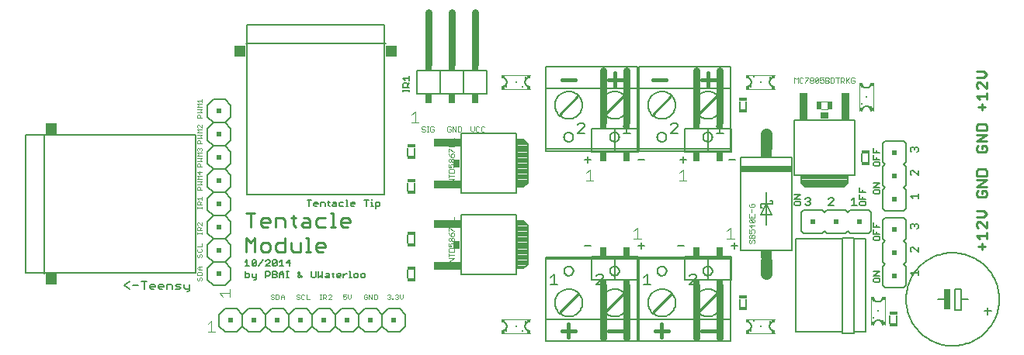
<source format=gto>
G75*
%MOIN*%
%OFA0B0*%
%FSLAX24Y24*%
%IPPOS*%
%LPD*%
%AMOC8*
5,1,8,0,0,1.08239X$1,22.5*
%
%ADD10C,0.0090*%
%ADD11C,0.0050*%
%ADD12C,0.0020*%
%ADD13C,0.0070*%
%ADD14C,0.0110*%
%ADD15C,0.0040*%
%ADD16C,0.0150*%
%ADD17C,0.0080*%
%ADD18C,0.0060*%
%ADD19R,0.0250X0.0900*%
%ADD20C,0.0500*%
%ADD21R,0.2200X0.0300*%
%ADD22R,0.0500X0.0350*%
%ADD23R,0.0240X0.0240*%
%ADD24C,0.0098*%
%ADD25R,0.0177X0.0157*%
%ADD26R,0.0069X0.0128*%
%ADD27R,0.0079X0.0079*%
%ADD28R,0.0157X0.0177*%
%ADD29R,0.0128X0.0069*%
%ADD30R,0.0340X0.0160*%
%ADD31R,0.1140X0.0340*%
%ADD32R,0.0300X0.0340*%
%ADD33C,0.0079*%
%ADD34R,0.0450X0.0502*%
%ADD35R,0.0450X0.0492*%
%ADD36R,0.0502X0.0450*%
%ADD37R,0.0492X0.0450*%
%ADD38C,0.0100*%
%ADD39C,0.0300*%
%ADD40R,0.0300X0.0200*%
%ADD41R,0.0300X0.0400*%
%ADD42R,0.0200X0.0200*%
%ADD43R,0.0197X0.0374*%
%ADD44R,0.0340X0.1140*%
%ADD45R,0.0340X0.0300*%
D10*
X041067Y004565D02*
X041340Y004565D01*
X041204Y004428D02*
X041204Y004702D01*
X041135Y004889D02*
X040998Y005026D01*
X041409Y005026D01*
X041409Y005162D02*
X041409Y004889D01*
X041409Y005349D02*
X041135Y005623D01*
X041067Y005623D01*
X040998Y005554D01*
X040998Y005418D01*
X041067Y005349D01*
X041409Y005349D02*
X041409Y005623D01*
X041272Y005810D02*
X041409Y005946D01*
X041272Y006083D01*
X040998Y006083D01*
X040998Y005810D02*
X041272Y005810D01*
X041340Y006678D02*
X041409Y006747D01*
X041409Y006884D01*
X041340Y006952D01*
X041204Y006952D01*
X041204Y006815D01*
X041067Y006678D02*
X041340Y006678D01*
X041067Y006678D02*
X040998Y006747D01*
X040998Y006884D01*
X041067Y006952D01*
X040998Y007139D02*
X041409Y007412D01*
X040998Y007412D01*
X040998Y007599D02*
X040998Y007804D01*
X041067Y007873D01*
X041340Y007873D01*
X041409Y007804D01*
X041409Y007599D01*
X040998Y007599D01*
X040998Y007139D02*
X041409Y007139D01*
X041340Y008628D02*
X041409Y008697D01*
X041409Y008834D01*
X041340Y008902D01*
X041204Y008902D01*
X041204Y008765D01*
X041067Y008628D02*
X041340Y008628D01*
X041067Y008628D02*
X040998Y008697D01*
X040998Y008834D01*
X041067Y008902D01*
X040998Y009089D02*
X041409Y009362D01*
X040998Y009362D01*
X040998Y009089D02*
X041409Y009089D01*
X041409Y009549D02*
X040998Y009549D01*
X040998Y009754D01*
X041067Y009823D01*
X041340Y009823D01*
X041409Y009754D01*
X041409Y009549D01*
X041204Y010428D02*
X041204Y010702D01*
X041067Y010565D02*
X041340Y010565D01*
X041409Y010889D02*
X041409Y011162D01*
X041409Y011026D02*
X040998Y011026D01*
X041135Y010889D01*
X041067Y011349D02*
X040998Y011418D01*
X040998Y011554D01*
X041067Y011623D01*
X041135Y011623D01*
X041409Y011349D01*
X041409Y011623D01*
X041272Y011810D02*
X041409Y011946D01*
X041272Y012083D01*
X040998Y012083D01*
X040998Y011810D02*
X041272Y011810D01*
D11*
X038422Y008835D02*
X038365Y008835D01*
X038309Y008778D01*
X038309Y008722D01*
X038309Y008778D02*
X038252Y008835D01*
X038195Y008835D01*
X038138Y008778D01*
X038138Y008665D01*
X038195Y008608D01*
X038422Y008608D02*
X038479Y008665D01*
X038479Y008778D01*
X038422Y008835D01*
X036829Y008598D02*
X036559Y008598D01*
X036559Y008778D01*
X036694Y008688D02*
X036694Y008598D01*
X036559Y008483D02*
X036559Y008303D01*
X036829Y008303D01*
X036784Y008188D02*
X036604Y008188D01*
X036559Y008143D01*
X036559Y008053D01*
X036604Y008008D01*
X036784Y008008D01*
X036829Y008053D01*
X036829Y008143D01*
X036784Y008188D01*
X036694Y008303D02*
X036694Y008393D01*
X038138Y007778D02*
X038138Y007665D01*
X038195Y007608D01*
X038138Y007778D02*
X038195Y007835D01*
X038252Y007835D01*
X038479Y007608D01*
X038479Y007835D01*
X036829Y007283D02*
X036559Y007283D01*
X036559Y007103D02*
X036829Y007283D01*
X036829Y007103D02*
X036559Y007103D01*
X036604Y006988D02*
X036559Y006943D01*
X036559Y006853D01*
X036604Y006808D01*
X036784Y006808D01*
X036829Y006853D01*
X036829Y006943D01*
X036784Y006988D01*
X036604Y006988D01*
X036229Y006898D02*
X035959Y006898D01*
X035959Y007078D01*
X036094Y006988D02*
X036094Y006898D01*
X035959Y006783D02*
X035959Y006603D01*
X036229Y006603D01*
X036184Y006488D02*
X036004Y006488D01*
X035959Y006443D01*
X035959Y006353D01*
X036004Y006308D01*
X036184Y006308D01*
X036229Y006353D01*
X036229Y006443D01*
X036184Y006488D01*
X036094Y006603D02*
X036094Y006693D01*
X035733Y006659D02*
X035620Y006545D01*
X035733Y006659D02*
X035733Y006318D01*
X035620Y006318D02*
X035847Y006318D01*
X034847Y006318D02*
X034620Y006318D01*
X034847Y006545D01*
X034847Y006602D01*
X034790Y006659D01*
X034676Y006659D01*
X034620Y006602D01*
X033847Y006602D02*
X033847Y006545D01*
X033790Y006488D01*
X033847Y006432D01*
X033847Y006375D01*
X033790Y006318D01*
X033676Y006318D01*
X033620Y006375D01*
X033733Y006488D02*
X033790Y006488D01*
X033847Y006602D02*
X033790Y006659D01*
X033676Y006659D01*
X033620Y006602D01*
X033429Y006603D02*
X033159Y006603D01*
X033429Y006783D01*
X033159Y006783D01*
X033204Y006488D02*
X033159Y006443D01*
X033159Y006353D01*
X033204Y006308D01*
X033384Y006308D01*
X033429Y006353D01*
X033429Y006443D01*
X033384Y006488D01*
X033204Y006488D01*
X036559Y005578D02*
X036559Y005398D01*
X036829Y005398D01*
X036694Y005398D02*
X036694Y005488D01*
X036559Y005283D02*
X036559Y005103D01*
X036829Y005103D01*
X036784Y004988D02*
X036604Y004988D01*
X036559Y004943D01*
X036559Y004853D01*
X036604Y004808D01*
X036784Y004808D01*
X036829Y004853D01*
X036829Y004943D01*
X036784Y004988D01*
X036694Y005103D02*
X036694Y005193D01*
X036204Y004883D02*
X035704Y004883D01*
X035704Y004933D01*
X035204Y004933D01*
X035204Y004883D01*
X033204Y004883D01*
X033204Y000883D01*
X035204Y000883D01*
X035204Y000833D01*
X035704Y000833D01*
X035704Y000883D01*
X036204Y000883D01*
X036204Y004883D01*
X035704Y004883D02*
X035704Y000883D01*
X035204Y000883D02*
X035204Y004883D01*
X038138Y004478D02*
X038138Y004365D01*
X038195Y004308D01*
X038252Y004535D02*
X038479Y004308D01*
X038479Y004535D01*
X038252Y004535D02*
X038195Y004535D01*
X038138Y004478D01*
X038195Y005308D02*
X038138Y005365D01*
X038138Y005478D01*
X038195Y005535D01*
X038252Y005535D01*
X038309Y005478D01*
X038365Y005535D01*
X038422Y005535D01*
X038479Y005478D01*
X038479Y005365D01*
X038422Y005308D01*
X038309Y005422D02*
X038309Y005478D01*
X038252Y006608D02*
X038138Y006722D01*
X038479Y006722D01*
X038479Y006835D02*
X038479Y006608D01*
X030103Y009408D02*
X029803Y009408D01*
X029953Y009408D02*
X029953Y009859D01*
X029803Y009709D01*
X028153Y009709D02*
X028153Y009784D01*
X028078Y009859D01*
X027928Y009859D01*
X027853Y009784D01*
X028153Y009709D02*
X027853Y009408D01*
X028153Y009408D01*
X026103Y009408D02*
X025803Y009408D01*
X025953Y009408D02*
X025953Y009859D01*
X025803Y009709D01*
X024153Y009709D02*
X024153Y009784D01*
X024078Y009859D01*
X023928Y009859D01*
X023853Y009784D01*
X024153Y009709D02*
X023853Y009408D01*
X024153Y009408D01*
X016629Y011208D02*
X016629Y011298D01*
X016629Y011253D02*
X016359Y011253D01*
X016359Y011208D02*
X016359Y011298D01*
X016359Y011405D02*
X016359Y011540D01*
X016404Y011585D01*
X016494Y011585D01*
X016539Y011540D01*
X016539Y011405D01*
X016629Y011405D02*
X016359Y011405D01*
X016539Y011495D02*
X016629Y011585D01*
X016629Y011699D02*
X016629Y011880D01*
X016629Y011789D02*
X016359Y011789D01*
X016449Y011699D01*
X015604Y013283D02*
X009604Y013283D01*
X000954Y009383D02*
X000954Y003383D01*
X009579Y003388D02*
X009714Y003388D01*
X009759Y003343D01*
X009759Y003253D01*
X009714Y003208D01*
X009579Y003208D01*
X009579Y003479D01*
X009579Y003708D02*
X009759Y003708D01*
X009669Y003708D02*
X009669Y003979D01*
X009579Y003888D01*
X009873Y003934D02*
X009873Y003753D01*
X010054Y003934D01*
X010054Y003753D01*
X010009Y003708D01*
X009918Y003708D01*
X009873Y003753D01*
X009873Y003934D02*
X009918Y003979D01*
X010009Y003979D01*
X010054Y003934D01*
X010168Y003708D02*
X010348Y003979D01*
X010463Y003934D02*
X010508Y003979D01*
X010598Y003979D01*
X010643Y003934D01*
X010643Y003888D01*
X010463Y003708D01*
X010643Y003708D01*
X010757Y003753D02*
X010802Y003708D01*
X010893Y003708D01*
X010938Y003753D01*
X010938Y003934D01*
X010757Y003753D01*
X010757Y003934D01*
X010802Y003979D01*
X010893Y003979D01*
X010938Y003934D01*
X011052Y003888D02*
X011142Y003979D01*
X011142Y003708D01*
X011052Y003708D02*
X011232Y003708D01*
X011347Y003843D02*
X011527Y003843D01*
X011482Y003708D02*
X011482Y003979D01*
X011347Y003843D01*
X011347Y003479D02*
X011437Y003479D01*
X011392Y003479D02*
X011392Y003208D01*
X011347Y003208D02*
X011437Y003208D01*
X011232Y003208D02*
X011232Y003388D01*
X011142Y003479D01*
X011052Y003388D01*
X011052Y003208D01*
X010938Y003253D02*
X010938Y003298D01*
X010893Y003343D01*
X010757Y003343D01*
X010643Y003343D02*
X010598Y003298D01*
X010463Y003298D01*
X010463Y003208D02*
X010463Y003479D01*
X010598Y003479D01*
X010643Y003434D01*
X010643Y003343D01*
X010757Y003208D02*
X010893Y003208D01*
X010938Y003253D01*
X010893Y003343D02*
X010938Y003388D01*
X010938Y003434D01*
X010893Y003479D01*
X010757Y003479D01*
X010757Y003208D01*
X011052Y003343D02*
X011232Y003343D01*
X011838Y003298D02*
X011838Y003253D01*
X011883Y003208D01*
X011928Y003208D01*
X012018Y003298D01*
X012018Y003208D02*
X011838Y003388D01*
X011838Y003434D01*
X011883Y003479D01*
X011928Y003434D01*
X011928Y003388D01*
X011838Y003298D01*
X012427Y003253D02*
X012472Y003208D01*
X012562Y003208D01*
X012607Y003253D01*
X012607Y003479D01*
X012722Y003479D02*
X012722Y003208D01*
X012812Y003298D01*
X012902Y003208D01*
X012902Y003479D01*
X013061Y003388D02*
X013151Y003388D01*
X013197Y003343D01*
X013197Y003208D01*
X013061Y003208D01*
X013016Y003253D01*
X013061Y003298D01*
X013197Y003298D01*
X013311Y003388D02*
X013401Y003388D01*
X013356Y003434D02*
X013356Y003253D01*
X013401Y003208D01*
X013507Y003253D02*
X013507Y003343D01*
X013553Y003388D01*
X013643Y003388D01*
X013688Y003343D01*
X013688Y003298D01*
X013507Y003298D01*
X013507Y003253D02*
X013553Y003208D01*
X013643Y003208D01*
X013802Y003208D02*
X013802Y003388D01*
X013802Y003298D02*
X013892Y003388D01*
X013937Y003388D01*
X014048Y003479D02*
X014093Y003479D01*
X014093Y003208D01*
X014048Y003208D02*
X014138Y003208D01*
X014244Y003253D02*
X014289Y003208D01*
X014379Y003208D01*
X014424Y003253D01*
X014424Y003343D01*
X014379Y003388D01*
X014289Y003388D01*
X014244Y003343D01*
X014244Y003253D01*
X014539Y003253D02*
X014539Y003343D01*
X014584Y003388D01*
X014674Y003388D01*
X014719Y003343D01*
X014719Y003253D01*
X014674Y003208D01*
X014584Y003208D01*
X014539Y003253D01*
X012427Y003253D02*
X012427Y003479D01*
X010054Y003388D02*
X010054Y003163D01*
X010009Y003118D01*
X009964Y003118D01*
X009918Y003208D02*
X010054Y003208D01*
X009918Y003208D02*
X009873Y003253D01*
X009873Y003388D01*
X015184Y006198D02*
X015184Y006468D01*
X015319Y006468D01*
X015364Y006423D01*
X015364Y006333D01*
X015319Y006288D01*
X015184Y006288D01*
X015078Y006288D02*
X014988Y006288D01*
X015033Y006288D02*
X015033Y006468D01*
X014988Y006468D01*
X015033Y006559D02*
X015033Y006604D01*
X014873Y006559D02*
X014693Y006559D01*
X014783Y006559D02*
X014783Y006288D01*
X014284Y006378D02*
X014104Y006378D01*
X014104Y006333D02*
X014104Y006423D01*
X014149Y006468D01*
X014239Y006468D01*
X014284Y006423D01*
X014284Y006378D01*
X014239Y006288D02*
X014149Y006288D01*
X014104Y006333D01*
X013997Y006288D02*
X013907Y006288D01*
X013952Y006288D02*
X013952Y006559D01*
X013907Y006559D01*
X013793Y006468D02*
X013658Y006468D01*
X013613Y006423D01*
X013613Y006333D01*
X013658Y006288D01*
X013793Y006288D01*
X013498Y006288D02*
X013498Y006423D01*
X013453Y006468D01*
X013363Y006468D01*
X013363Y006378D02*
X013498Y006378D01*
X013498Y006288D02*
X013363Y006288D01*
X013318Y006333D01*
X013363Y006378D01*
X013212Y006288D02*
X013167Y006333D01*
X013167Y006514D01*
X013122Y006468D02*
X013212Y006468D01*
X013007Y006423D02*
X013007Y006288D01*
X013007Y006423D02*
X012962Y006468D01*
X012827Y006468D01*
X012827Y006288D01*
X012712Y006378D02*
X012532Y006378D01*
X012532Y006333D02*
X012532Y006423D01*
X012577Y006468D01*
X012667Y006468D01*
X012712Y006423D01*
X012712Y006378D01*
X012667Y006288D02*
X012577Y006288D01*
X012532Y006333D01*
X012328Y006288D02*
X012328Y006559D01*
X012238Y006559D02*
X012418Y006559D01*
X022695Y003209D02*
X022845Y003359D01*
X022845Y002908D01*
X022695Y002908D02*
X022995Y002908D01*
X024645Y002908D02*
X024945Y003209D01*
X024945Y003284D01*
X024870Y003359D01*
X024720Y003359D01*
X024645Y003284D01*
X024645Y002908D02*
X024945Y002908D01*
X026695Y002908D02*
X026995Y002908D01*
X026845Y002908D02*
X026845Y003359D01*
X026695Y003209D01*
X028645Y003284D02*
X028720Y003359D01*
X028870Y003359D01*
X028945Y003284D01*
X028945Y003209D01*
X028645Y002908D01*
X028945Y002908D01*
X036559Y003053D02*
X036604Y003008D01*
X036784Y003008D01*
X036829Y003053D01*
X036829Y003143D01*
X036784Y003188D01*
X036604Y003188D01*
X036559Y003143D01*
X036559Y003053D01*
X036559Y003303D02*
X036829Y003483D01*
X036559Y003483D01*
X036559Y003303D02*
X036829Y003303D01*
X038138Y003422D02*
X038479Y003422D01*
X038479Y003535D02*
X038479Y003308D01*
X038252Y003308D02*
X038138Y003422D01*
D12*
X031444Y004730D02*
X031407Y004693D01*
X031444Y004730D02*
X031444Y004803D01*
X031407Y004840D01*
X031370Y004840D01*
X031334Y004803D01*
X031334Y004730D01*
X031297Y004693D01*
X031260Y004693D01*
X031224Y004730D01*
X031224Y004803D01*
X031260Y004840D01*
X031224Y004914D02*
X031224Y005024D01*
X031260Y005061D01*
X031297Y005061D01*
X031334Y005024D01*
X031334Y004914D01*
X031444Y004914D02*
X031444Y005024D01*
X031407Y005061D01*
X031370Y005061D01*
X031334Y005024D01*
X031334Y005135D02*
X031224Y005135D01*
X031224Y005282D01*
X031297Y005245D02*
X031297Y005209D01*
X031334Y005135D01*
X031407Y005135D02*
X031444Y005172D01*
X031444Y005245D01*
X031407Y005282D01*
X031334Y005282D01*
X031297Y005245D01*
X031334Y005356D02*
X031334Y005503D01*
X031407Y005577D02*
X031260Y005724D01*
X031407Y005724D01*
X031444Y005687D01*
X031444Y005614D01*
X031407Y005577D01*
X031260Y005577D01*
X031224Y005614D01*
X031224Y005687D01*
X031260Y005724D01*
X031224Y005798D02*
X031444Y005798D01*
X031444Y005945D01*
X031334Y005872D02*
X031334Y005798D01*
X031224Y005798D02*
X031224Y005945D01*
X031334Y006019D02*
X031334Y006166D01*
X031407Y006240D02*
X031444Y006277D01*
X031444Y006350D01*
X031407Y006387D01*
X031334Y006387D01*
X031334Y006314D01*
X031260Y006387D02*
X031224Y006350D01*
X031224Y006277D01*
X031260Y006240D01*
X031407Y006240D01*
X031444Y005466D02*
X031224Y005466D01*
X031334Y005356D01*
X031444Y004914D02*
X031224Y004914D01*
X019853Y009530D02*
X019816Y009493D01*
X019742Y009493D01*
X019706Y009530D01*
X019706Y009677D01*
X019742Y009714D01*
X019816Y009714D01*
X019853Y009677D01*
X019632Y009677D02*
X019595Y009714D01*
X019521Y009714D01*
X019485Y009677D01*
X019485Y009530D01*
X019521Y009493D01*
X019595Y009493D01*
X019632Y009530D01*
X019411Y009567D02*
X019337Y009493D01*
X019264Y009567D01*
X019264Y009714D01*
X019411Y009714D02*
X019411Y009567D01*
X018853Y009530D02*
X018816Y009493D01*
X018706Y009493D01*
X018706Y009714D01*
X018816Y009714D01*
X018853Y009677D01*
X018853Y009530D01*
X018853Y009677D01*
X018816Y009714D01*
X018706Y009714D01*
X018706Y009493D01*
X018816Y009493D01*
X018853Y009530D01*
X018632Y009493D02*
X018485Y009714D01*
X018485Y009493D01*
X018485Y009714D01*
X018632Y009493D01*
X018632Y009714D01*
X018632Y009493D01*
X018411Y009530D02*
X018411Y009603D01*
X018337Y009603D01*
X018411Y009603D01*
X018411Y009530D01*
X018374Y009493D01*
X018300Y009493D01*
X018264Y009530D01*
X018264Y009677D01*
X018300Y009714D01*
X018374Y009714D01*
X018411Y009677D01*
X018374Y009714D01*
X018300Y009714D01*
X018264Y009677D01*
X018264Y009530D01*
X018300Y009493D01*
X018374Y009493D01*
X018411Y009530D01*
X017679Y009530D02*
X017642Y009493D01*
X017569Y009493D01*
X017532Y009530D01*
X017532Y009677D01*
X017569Y009714D01*
X017642Y009714D01*
X017679Y009677D01*
X017679Y009603D02*
X017605Y009603D01*
X017679Y009603D02*
X017679Y009530D01*
X017458Y009493D02*
X017385Y009493D01*
X017421Y009493D02*
X017421Y009714D01*
X017385Y009714D02*
X017458Y009714D01*
X017311Y009677D02*
X017274Y009714D01*
X017200Y009714D01*
X017164Y009677D01*
X017164Y009640D01*
X017200Y009603D01*
X017274Y009603D01*
X017311Y009567D01*
X017311Y009530D01*
X017274Y009493D01*
X017200Y009493D01*
X017164Y009530D01*
X018544Y009208D02*
X018544Y009061D01*
X018324Y009061D01*
X018324Y008987D02*
X018544Y008987D01*
X018324Y008840D01*
X018544Y008840D01*
X018360Y008766D02*
X018507Y008619D01*
X018544Y008619D01*
X018507Y008545D02*
X018470Y008545D01*
X018434Y008508D01*
X018434Y008398D01*
X018507Y008398D01*
X018544Y008435D01*
X018544Y008508D01*
X018507Y008545D01*
X018360Y008472D02*
X018324Y008545D01*
X018324Y008619D02*
X018324Y008766D01*
X018360Y008766D01*
X018360Y008472D02*
X018434Y008398D01*
X018470Y008324D02*
X018507Y008324D01*
X018544Y008287D01*
X018544Y008214D01*
X018507Y008177D01*
X018470Y008177D01*
X018434Y008214D01*
X018434Y008287D01*
X018470Y008324D01*
X018434Y008287D02*
X018397Y008324D01*
X018360Y008324D01*
X018324Y008287D01*
X018324Y008214D01*
X018360Y008177D01*
X018397Y008177D01*
X018434Y008214D01*
X018434Y008103D02*
X018507Y008103D01*
X018544Y008066D01*
X018544Y007993D01*
X018507Y007956D01*
X018434Y007956D02*
X018397Y008030D01*
X018397Y008066D01*
X018434Y008103D01*
X018324Y008103D02*
X018324Y007956D01*
X018434Y007956D01*
X018507Y007882D02*
X018360Y007882D01*
X018324Y007845D01*
X018324Y007735D01*
X018544Y007735D01*
X018544Y007845D01*
X018507Y007882D01*
X018324Y007661D02*
X018324Y007514D01*
X018324Y007588D02*
X018544Y007588D01*
X018544Y007440D02*
X018324Y007440D01*
X018324Y007293D02*
X018544Y007440D01*
X018544Y007293D02*
X018324Y007293D01*
X018544Y005808D02*
X018544Y005661D01*
X018324Y005661D01*
X018324Y005587D02*
X018544Y005587D01*
X018324Y005440D01*
X018544Y005440D01*
X018360Y005366D02*
X018507Y005219D01*
X018544Y005219D01*
X018507Y005145D02*
X018470Y005145D01*
X018434Y005108D01*
X018434Y004998D01*
X018507Y004998D01*
X018544Y005035D01*
X018544Y005108D01*
X018507Y005145D01*
X018360Y005072D02*
X018434Y004998D01*
X018470Y004924D02*
X018507Y004924D01*
X018544Y004887D01*
X018544Y004814D01*
X018507Y004777D01*
X018470Y004777D01*
X018434Y004814D01*
X018434Y004887D01*
X018470Y004924D01*
X018434Y004887D02*
X018397Y004924D01*
X018360Y004924D01*
X018324Y004887D01*
X018324Y004814D01*
X018360Y004777D01*
X018397Y004777D01*
X018434Y004814D01*
X018434Y004703D02*
X018507Y004703D01*
X018544Y004666D01*
X018544Y004593D01*
X018507Y004556D01*
X018434Y004556D02*
X018397Y004630D01*
X018397Y004666D01*
X018434Y004703D01*
X018324Y004703D02*
X018324Y004556D01*
X018434Y004556D01*
X018507Y004482D02*
X018360Y004482D01*
X018324Y004445D01*
X018324Y004335D01*
X018544Y004335D01*
X018544Y004445D01*
X018507Y004482D01*
X018324Y004261D02*
X018324Y004114D01*
X018324Y004188D02*
X018544Y004188D01*
X018544Y004040D02*
X018324Y004040D01*
X018324Y003893D02*
X018544Y004040D01*
X018544Y003893D02*
X018324Y003893D01*
X018360Y005072D02*
X018324Y005145D01*
X018324Y005219D02*
X018324Y005366D01*
X018360Y005366D01*
X033164Y011593D02*
X033164Y011814D01*
X033237Y011740D01*
X033311Y011814D01*
X033311Y011593D01*
X033385Y011630D02*
X033421Y011593D01*
X033495Y011593D01*
X033532Y011630D01*
X033606Y011630D02*
X033606Y011593D01*
X033606Y011630D02*
X033753Y011777D01*
X033753Y011814D01*
X033606Y011814D01*
X033532Y011777D02*
X033495Y011814D01*
X033421Y011814D01*
X033385Y011777D01*
X033385Y011630D01*
X033827Y011630D02*
X033863Y011593D01*
X033937Y011593D01*
X033974Y011630D01*
X033974Y011667D01*
X033937Y011703D01*
X033863Y011703D01*
X033827Y011740D01*
X033827Y011777D01*
X033863Y011814D01*
X033937Y011814D01*
X033974Y011777D01*
X033974Y011740D01*
X033937Y011703D01*
X033863Y011703D02*
X033827Y011667D01*
X033827Y011630D01*
X034048Y011630D02*
X034195Y011777D01*
X034195Y011630D01*
X034158Y011593D01*
X034084Y011593D01*
X034048Y011630D01*
X034048Y011777D01*
X034084Y011814D01*
X034158Y011814D01*
X034195Y011777D01*
X034269Y011814D02*
X034269Y011703D01*
X034342Y011740D01*
X034379Y011740D01*
X034416Y011703D01*
X034416Y011630D01*
X034379Y011593D01*
X034305Y011593D01*
X034269Y011630D01*
X034269Y011814D02*
X034416Y011814D01*
X034490Y011814D02*
X034600Y011814D01*
X034636Y011777D01*
X034636Y011740D01*
X034600Y011703D01*
X034490Y011703D01*
X034490Y011593D02*
X034600Y011593D01*
X034636Y011630D01*
X034636Y011667D01*
X034600Y011703D01*
X034490Y011593D02*
X034490Y011814D01*
X034711Y011814D02*
X034821Y011814D01*
X034857Y011777D01*
X034857Y011630D01*
X034821Y011593D01*
X034711Y011593D01*
X034711Y011814D01*
X034932Y011814D02*
X035078Y011814D01*
X035005Y011814D02*
X035005Y011593D01*
X035153Y011593D02*
X035153Y011814D01*
X035263Y011814D01*
X035299Y011777D01*
X035299Y011703D01*
X035263Y011667D01*
X035153Y011667D01*
X035226Y011667D02*
X035299Y011593D01*
X035374Y011593D02*
X035374Y011814D01*
X035410Y011703D02*
X035520Y011593D01*
X035595Y011630D02*
X035631Y011593D01*
X035705Y011593D01*
X035741Y011630D01*
X035741Y011703D01*
X035668Y011703D01*
X035595Y011777D02*
X035595Y011630D01*
X035595Y011777D02*
X035631Y011814D01*
X035705Y011814D01*
X035741Y011777D01*
X035520Y011814D02*
X035374Y011667D01*
D13*
X007132Y002608D02*
X007077Y002608D01*
X007132Y002608D02*
X007187Y002663D01*
X007187Y002939D01*
X006967Y002939D02*
X006967Y002773D01*
X007022Y002718D01*
X007187Y002718D01*
X006819Y002773D02*
X006764Y002828D01*
X006654Y002828D01*
X006599Y002883D01*
X006654Y002939D01*
X006819Y002939D01*
X006819Y002773D02*
X006764Y002718D01*
X006599Y002718D01*
X006451Y002718D02*
X006451Y002883D01*
X006395Y002939D01*
X006230Y002939D01*
X006230Y002718D01*
X006082Y002828D02*
X005862Y002828D01*
X005862Y002773D02*
X005862Y002883D01*
X005917Y002939D01*
X006027Y002939D01*
X006082Y002883D01*
X006082Y002828D01*
X006027Y002718D02*
X005917Y002718D01*
X005862Y002773D01*
X005714Y002828D02*
X005494Y002828D01*
X005494Y002773D02*
X005494Y002883D01*
X005549Y002939D01*
X005659Y002939D01*
X005714Y002883D01*
X005714Y002828D01*
X005659Y002718D02*
X005549Y002718D01*
X005494Y002773D01*
X005236Y002718D02*
X005236Y003049D01*
X005346Y003049D02*
X005125Y003049D01*
X004977Y002883D02*
X004757Y002883D01*
X004609Y002718D02*
X004389Y002883D01*
X004609Y003049D01*
D14*
X009609Y004338D02*
X009609Y004929D01*
X009806Y004732D01*
X010002Y004929D01*
X010002Y004338D01*
X010253Y004437D02*
X010352Y004338D01*
X010549Y004338D01*
X010647Y004437D01*
X010647Y004634D01*
X010549Y004732D01*
X010352Y004732D01*
X010253Y004634D01*
X010253Y004437D01*
X010898Y004437D02*
X010898Y004634D01*
X010996Y004732D01*
X011292Y004732D01*
X011542Y004732D02*
X011542Y004437D01*
X011641Y004338D01*
X011936Y004338D01*
X011936Y004732D01*
X012617Y004634D02*
X012715Y004732D01*
X012912Y004732D01*
X013010Y004634D01*
X013010Y004535D01*
X012617Y004535D01*
X012617Y004437D02*
X012617Y004634D01*
X012617Y004437D02*
X012715Y004338D01*
X012912Y004338D01*
X012384Y004338D02*
X012187Y004338D01*
X012285Y004338D02*
X012285Y004929D01*
X012187Y004929D01*
X011292Y004929D02*
X011292Y004338D01*
X010996Y004338D01*
X010898Y004437D01*
X010898Y005388D02*
X010898Y005782D01*
X011193Y005782D01*
X011292Y005684D01*
X011292Y005388D01*
X011641Y005487D02*
X011739Y005388D01*
X011641Y005487D02*
X011641Y005880D01*
X011739Y005782D02*
X011542Y005782D01*
X011972Y005487D02*
X012071Y005585D01*
X012366Y005585D01*
X012366Y005684D02*
X012366Y005388D01*
X012071Y005388D01*
X011972Y005487D01*
X012617Y005487D02*
X012715Y005388D01*
X013010Y005388D01*
X013261Y005388D02*
X013458Y005388D01*
X013360Y005388D02*
X013360Y005979D01*
X013261Y005979D01*
X013010Y005782D02*
X012715Y005782D01*
X012617Y005684D01*
X012617Y005487D01*
X012366Y005684D02*
X012267Y005782D01*
X012071Y005782D01*
X010647Y005684D02*
X010647Y005585D01*
X010253Y005585D01*
X010253Y005487D02*
X010253Y005684D01*
X010352Y005782D01*
X010549Y005782D01*
X010647Y005684D01*
X010549Y005388D02*
X010352Y005388D01*
X010253Y005487D01*
X009806Y005388D02*
X009806Y005979D01*
X010002Y005979D02*
X009609Y005979D01*
X013691Y005684D02*
X013691Y005487D01*
X013789Y005388D01*
X013986Y005388D01*
X014085Y005585D02*
X013691Y005585D01*
X013691Y005684D02*
X013789Y005782D01*
X013986Y005782D01*
X014085Y005684D01*
X014085Y005585D01*
D15*
X007734Y005605D02*
X007734Y005472D01*
X007600Y005605D01*
X007567Y005605D01*
X007534Y005572D01*
X007534Y005505D01*
X007567Y005472D01*
X007567Y005384D02*
X007634Y005384D01*
X007667Y005351D01*
X007667Y005251D01*
X007667Y005317D02*
X007734Y005384D01*
X007734Y005251D02*
X007534Y005251D01*
X007534Y005351D01*
X007567Y005384D01*
X007534Y005170D02*
X007534Y005103D01*
X007534Y005137D02*
X007734Y005137D01*
X007734Y005170D02*
X007734Y005103D01*
X007734Y004679D02*
X007734Y004545D01*
X007534Y004545D01*
X007567Y004458D02*
X007534Y004424D01*
X007534Y004358D01*
X007567Y004324D01*
X007700Y004324D01*
X007734Y004358D01*
X007734Y004424D01*
X007700Y004458D01*
X007700Y004237D02*
X007734Y004203D01*
X007734Y004137D01*
X007700Y004103D01*
X007634Y004137D02*
X007634Y004203D01*
X007667Y004237D01*
X007700Y004237D01*
X007634Y004137D02*
X007600Y004103D01*
X007567Y004103D01*
X007534Y004137D01*
X007534Y004203D01*
X007567Y004237D01*
X007600Y003679D02*
X007534Y003612D01*
X007600Y003545D01*
X007734Y003545D01*
X007700Y003458D02*
X007567Y003458D01*
X007534Y003424D01*
X007534Y003324D01*
X007734Y003324D01*
X007734Y003424D01*
X007700Y003458D01*
X007634Y003545D02*
X007634Y003679D01*
X007600Y003679D02*
X007734Y003679D01*
X007700Y003237D02*
X007734Y003203D01*
X007734Y003137D01*
X007700Y003103D01*
X007634Y003137D02*
X007600Y003103D01*
X007567Y003103D01*
X007534Y003137D01*
X007534Y003203D01*
X007567Y003237D01*
X007634Y003203D02*
X007667Y003237D01*
X007700Y003237D01*
X007634Y003203D02*
X007634Y003137D01*
X008934Y002710D02*
X008934Y002403D01*
X008934Y002557D02*
X008473Y002557D01*
X008627Y002403D01*
X010674Y002437D02*
X010707Y002403D01*
X010774Y002403D01*
X010807Y002370D01*
X010807Y002337D01*
X010774Y002303D01*
X010707Y002303D01*
X010674Y002337D01*
X010674Y002437D02*
X010674Y002470D01*
X010707Y002504D01*
X010774Y002504D01*
X010807Y002470D01*
X010895Y002504D02*
X010995Y002504D01*
X011028Y002470D01*
X011028Y002337D01*
X010995Y002303D01*
X010895Y002303D01*
X010895Y002504D01*
X011116Y002437D02*
X011116Y002303D01*
X011116Y002403D02*
X011249Y002403D01*
X011249Y002437D02*
X011249Y002303D01*
X011249Y002437D02*
X011182Y002504D01*
X011116Y002437D01*
X011774Y002437D02*
X011807Y002403D01*
X011874Y002403D01*
X011907Y002370D01*
X011907Y002337D01*
X011874Y002303D01*
X011807Y002303D01*
X011774Y002337D01*
X011774Y002437D02*
X011774Y002470D01*
X011807Y002504D01*
X011874Y002504D01*
X011907Y002470D01*
X011995Y002470D02*
X011995Y002337D01*
X012028Y002303D01*
X012095Y002303D01*
X012128Y002337D01*
X012216Y002303D02*
X012349Y002303D01*
X012216Y002303D02*
X012216Y002504D01*
X012128Y002470D02*
X012095Y002504D01*
X012028Y002504D01*
X011995Y002470D01*
X012774Y002504D02*
X012841Y002504D01*
X012807Y002504D02*
X012807Y002303D01*
X012774Y002303D02*
X012841Y002303D01*
X012921Y002303D02*
X012921Y002504D01*
X013021Y002504D01*
X013055Y002470D01*
X013055Y002403D01*
X013021Y002370D01*
X012921Y002370D01*
X012988Y002370D02*
X013055Y002303D01*
X013142Y002303D02*
X013276Y002437D01*
X013276Y002470D01*
X013242Y002504D01*
X013175Y002504D01*
X013142Y002470D01*
X013142Y002303D02*
X013276Y002303D01*
X013774Y002337D02*
X013807Y002303D01*
X013874Y002303D01*
X013907Y002337D01*
X013907Y002403D01*
X013874Y002437D01*
X013841Y002437D01*
X013774Y002403D01*
X013774Y002504D01*
X013907Y002504D01*
X013995Y002504D02*
X013995Y002370D01*
X014061Y002303D01*
X014128Y002370D01*
X014128Y002504D01*
X014674Y002470D02*
X014674Y002337D01*
X014707Y002303D01*
X014774Y002303D01*
X014807Y002337D01*
X014807Y002403D01*
X014741Y002403D01*
X014807Y002470D02*
X014774Y002504D01*
X014707Y002504D01*
X014674Y002470D01*
X014895Y002504D02*
X015028Y002303D01*
X015028Y002504D01*
X015116Y002504D02*
X015216Y002504D01*
X015249Y002470D01*
X015249Y002337D01*
X015216Y002303D01*
X015116Y002303D01*
X015116Y002504D01*
X014895Y002504D02*
X014895Y002303D01*
X015674Y002337D02*
X015707Y002303D01*
X015774Y002303D01*
X015807Y002337D01*
X015807Y002370D01*
X015774Y002403D01*
X015741Y002403D01*
X015774Y002403D02*
X015807Y002437D01*
X015807Y002470D01*
X015774Y002504D01*
X015707Y002504D01*
X015674Y002470D01*
X015895Y002337D02*
X015928Y002337D01*
X015928Y002303D01*
X015895Y002303D01*
X015895Y002337D01*
X016005Y002337D02*
X016039Y002303D01*
X016105Y002303D01*
X016139Y002337D01*
X016139Y002370D01*
X016105Y002403D01*
X016072Y002403D01*
X016105Y002403D02*
X016139Y002437D01*
X016139Y002470D01*
X016105Y002504D01*
X016039Y002504D01*
X016005Y002470D01*
X016226Y002504D02*
X016226Y002370D01*
X016293Y002303D01*
X016360Y002370D01*
X016360Y002504D01*
X020594Y001429D02*
X021814Y001429D01*
X021814Y000838D02*
X020594Y000838D01*
X031094Y000838D02*
X032314Y000838D01*
X032314Y001429D02*
X031094Y001429D01*
X036459Y001173D02*
X036459Y002394D01*
X037049Y002394D02*
X037049Y001173D01*
X030570Y004903D02*
X030263Y004903D01*
X030417Y004903D02*
X030417Y005364D01*
X030263Y005210D01*
X026570Y004903D02*
X026263Y004903D01*
X026417Y004903D02*
X026417Y005364D01*
X026263Y005210D01*
X024531Y007403D02*
X024224Y007403D01*
X024377Y007403D02*
X024377Y007864D01*
X024224Y007710D01*
X028224Y007710D02*
X028377Y007864D01*
X028377Y007403D01*
X028224Y007403D02*
X028531Y007403D01*
X035959Y010373D02*
X035959Y011594D01*
X036549Y011594D02*
X036549Y010373D01*
X034594Y010468D02*
X034314Y010468D01*
X034314Y010803D02*
X034594Y010803D01*
X032314Y011338D02*
X031094Y011338D01*
X031094Y011929D02*
X032314Y011929D01*
X021814Y011929D02*
X020594Y011929D01*
X020594Y011338D02*
X021814Y011338D01*
X017031Y009903D02*
X016724Y009903D01*
X016877Y009903D02*
X016877Y010364D01*
X016724Y010210D01*
X007734Y010103D02*
X007534Y010103D01*
X007534Y010203D01*
X007567Y010237D01*
X007634Y010237D01*
X007667Y010203D01*
X007667Y010103D01*
X007734Y010324D02*
X007534Y010324D01*
X007534Y010458D02*
X007734Y010458D01*
X007667Y010391D01*
X007734Y010324D01*
X007734Y010545D02*
X007534Y010545D01*
X007600Y010612D01*
X007534Y010679D01*
X007734Y010679D01*
X007734Y010766D02*
X007734Y010900D01*
X007734Y010833D02*
X007534Y010833D01*
X007600Y010766D01*
X007600Y009800D02*
X007567Y009800D01*
X007534Y009766D01*
X007534Y009700D01*
X007567Y009666D01*
X007534Y009579D02*
X007734Y009579D01*
X007734Y009666D02*
X007600Y009800D01*
X007734Y009800D02*
X007734Y009666D01*
X007600Y009512D02*
X007534Y009445D01*
X007734Y009445D01*
X007734Y009358D02*
X007534Y009358D01*
X007534Y009224D02*
X007734Y009224D01*
X007667Y009291D01*
X007734Y009358D01*
X007600Y009512D02*
X007534Y009579D01*
X007567Y009137D02*
X007634Y009137D01*
X007667Y009103D01*
X007667Y009003D01*
X007734Y009003D02*
X007534Y009003D01*
X007534Y009103D01*
X007567Y009137D01*
X007567Y008800D02*
X007600Y008800D01*
X007634Y008766D01*
X007667Y008800D01*
X007700Y008800D01*
X007734Y008766D01*
X007734Y008700D01*
X007700Y008666D01*
X007734Y008579D02*
X007534Y008579D01*
X007600Y008512D01*
X007534Y008445D01*
X007734Y008445D01*
X007734Y008358D02*
X007534Y008358D01*
X007534Y008224D02*
X007734Y008224D01*
X007667Y008291D01*
X007734Y008358D01*
X007634Y008137D02*
X007567Y008137D01*
X007534Y008103D01*
X007534Y008003D01*
X007734Y008003D01*
X007667Y008003D02*
X007667Y008103D01*
X007634Y008137D01*
X007634Y007800D02*
X007634Y007666D01*
X007534Y007766D01*
X007734Y007766D01*
X007734Y007579D02*
X007534Y007579D01*
X007600Y007512D01*
X007534Y007445D01*
X007734Y007445D01*
X007734Y007358D02*
X007534Y007358D01*
X007534Y007224D02*
X007734Y007224D01*
X007667Y007291D01*
X007734Y007358D01*
X007634Y007137D02*
X007567Y007137D01*
X007534Y007103D01*
X007534Y007003D01*
X007734Y007003D01*
X007667Y007003D02*
X007667Y007103D01*
X007634Y007137D01*
X007734Y006705D02*
X007734Y006572D01*
X007734Y006638D02*
X007534Y006638D01*
X007600Y006572D01*
X007567Y006484D02*
X007634Y006484D01*
X007667Y006451D01*
X007667Y006351D01*
X007667Y006417D02*
X007734Y006484D01*
X007734Y006351D02*
X007534Y006351D01*
X007534Y006451D01*
X007567Y006484D01*
X007534Y006270D02*
X007534Y006203D01*
X007534Y006237D02*
X007734Y006237D01*
X007734Y006270D02*
X007734Y006203D01*
X007567Y008666D02*
X007534Y008700D01*
X007534Y008766D01*
X007567Y008800D01*
X007634Y008766D02*
X007634Y008733D01*
X008127Y001364D02*
X008127Y000903D01*
X007974Y000903D02*
X008281Y000903D01*
X007974Y001210D02*
X008127Y001364D01*
D16*
X023179Y000934D02*
X023746Y000934D01*
X023462Y001217D02*
X023462Y000650D01*
X025179Y000934D02*
X025746Y000934D01*
X027179Y000934D02*
X027746Y000934D01*
X027462Y001217D02*
X027462Y000650D01*
X029179Y000934D02*
X029746Y000934D01*
X029462Y011450D02*
X029462Y012017D01*
X029462Y011450D01*
X029179Y011734D02*
X029746Y011734D01*
X029179Y011734D01*
X027646Y011734D02*
X027079Y011734D01*
X027646Y011734D01*
X025746Y011734D02*
X025179Y011734D01*
X025746Y011734D01*
X025462Y012017D02*
X025462Y011450D01*
X025462Y012017D01*
X023746Y011734D02*
X023179Y011734D01*
X023746Y011734D01*
D17*
X021794Y011830D02*
X021767Y011828D01*
X021741Y011823D01*
X021716Y011814D01*
X021692Y011801D01*
X021670Y011786D01*
X021650Y011767D01*
X021633Y011747D01*
X021619Y011724D01*
X021608Y011699D01*
X021601Y011673D01*
X021597Y011646D01*
X021597Y011620D01*
X021601Y011593D01*
X021608Y011567D01*
X021619Y011542D01*
X021633Y011519D01*
X021650Y011499D01*
X021670Y011480D01*
X021692Y011465D01*
X021716Y011452D01*
X021741Y011443D01*
X021767Y011438D01*
X021794Y011436D01*
X020613Y011436D02*
X020640Y011438D01*
X020666Y011443D01*
X020691Y011452D01*
X020715Y011465D01*
X020737Y011480D01*
X020757Y011499D01*
X020774Y011519D01*
X020788Y011542D01*
X020799Y011567D01*
X020806Y011593D01*
X020810Y011620D01*
X020810Y011646D01*
X020806Y011673D01*
X020799Y011699D01*
X020788Y011724D01*
X020774Y011747D01*
X020757Y011767D01*
X020737Y011786D01*
X020715Y011801D01*
X020691Y011814D01*
X020666Y011823D01*
X020640Y011828D01*
X020613Y011830D01*
X015567Y014097D02*
X015567Y006774D01*
X009640Y006774D01*
X009640Y014097D01*
X015567Y014097D01*
X018854Y009423D02*
X021214Y009423D01*
X021213Y006843D01*
X021214Y006843D02*
X018854Y006843D01*
X018854Y009423D01*
X021254Y009143D02*
X021254Y007123D01*
X021534Y007123D01*
X021714Y007303D01*
X021714Y008963D01*
X021534Y009143D01*
X021254Y009143D01*
X024144Y008284D02*
X024424Y008284D01*
X024284Y008424D02*
X024284Y008143D01*
X026444Y008284D02*
X026724Y008284D01*
X028244Y008284D02*
X028524Y008284D01*
X028384Y008424D02*
X028384Y008143D01*
X030344Y008284D02*
X030624Y008284D01*
X033163Y007624D02*
X035744Y007623D01*
X035744Y009983D01*
X033164Y009983D01*
X033164Y007623D01*
X033444Y007583D02*
X035464Y007583D01*
X035464Y007303D01*
X035284Y007123D01*
X033624Y007123D01*
X033444Y007303D01*
X033444Y007583D01*
X036057Y010393D02*
X036059Y010420D01*
X036064Y010446D01*
X036073Y010471D01*
X036086Y010495D01*
X036101Y010517D01*
X036120Y010537D01*
X036140Y010554D01*
X036163Y010568D01*
X036188Y010579D01*
X036214Y010586D01*
X036241Y010590D01*
X036267Y010590D01*
X036294Y010586D01*
X036320Y010579D01*
X036345Y010568D01*
X036368Y010554D01*
X036388Y010537D01*
X036407Y010517D01*
X036422Y010495D01*
X036435Y010471D01*
X036444Y010446D01*
X036449Y010420D01*
X036451Y010393D01*
X036451Y011574D02*
X036449Y011547D01*
X036444Y011521D01*
X036435Y011496D01*
X036422Y011472D01*
X036407Y011450D01*
X036388Y011430D01*
X036368Y011413D01*
X036345Y011399D01*
X036320Y011388D01*
X036294Y011381D01*
X036267Y011377D01*
X036241Y011377D01*
X036214Y011381D01*
X036188Y011388D01*
X036163Y011399D01*
X036140Y011413D01*
X036120Y011430D01*
X036101Y011450D01*
X036086Y011472D01*
X036073Y011496D01*
X036064Y011521D01*
X036059Y011547D01*
X036057Y011574D01*
X032294Y011436D02*
X032267Y011438D01*
X032241Y011443D01*
X032216Y011452D01*
X032192Y011465D01*
X032170Y011480D01*
X032150Y011499D01*
X032133Y011519D01*
X032119Y011542D01*
X032108Y011567D01*
X032101Y011593D01*
X032097Y011620D01*
X032097Y011646D01*
X032101Y011673D01*
X032108Y011699D01*
X032119Y011724D01*
X032133Y011747D01*
X032150Y011767D01*
X032170Y011786D01*
X032192Y011801D01*
X032216Y011814D01*
X032241Y011823D01*
X032267Y011828D01*
X032294Y011830D01*
X031113Y011830D02*
X031140Y011828D01*
X031166Y011823D01*
X031191Y011814D01*
X031215Y011801D01*
X031237Y011786D01*
X031257Y011767D01*
X031274Y011747D01*
X031288Y011724D01*
X031299Y011699D01*
X031306Y011673D01*
X031310Y011646D01*
X031310Y011620D01*
X031306Y011593D01*
X031299Y011567D01*
X031288Y011542D01*
X031274Y011519D01*
X031257Y011499D01*
X031237Y011480D01*
X031215Y011465D01*
X031191Y011452D01*
X031166Y011443D01*
X031140Y011438D01*
X031113Y011436D01*
X021214Y005923D02*
X018854Y005923D01*
X018854Y003343D01*
X021214Y003343D01*
X021213Y003343D02*
X021214Y005923D01*
X021254Y005643D02*
X021254Y003623D01*
X021534Y003623D01*
X021714Y003803D01*
X021714Y005463D01*
X021534Y005643D01*
X021254Y005643D01*
X024144Y004584D02*
X024424Y004584D01*
X026444Y004584D02*
X026724Y004584D01*
X026584Y004724D02*
X026584Y004443D01*
X028144Y004584D02*
X028424Y004584D01*
X030444Y004584D02*
X030724Y004584D01*
X030584Y004724D02*
X030584Y004443D01*
X036557Y002374D02*
X036559Y002347D01*
X036564Y002321D01*
X036573Y002296D01*
X036586Y002272D01*
X036601Y002250D01*
X036620Y002230D01*
X036640Y002213D01*
X036663Y002199D01*
X036688Y002188D01*
X036714Y002181D01*
X036741Y002177D01*
X036767Y002177D01*
X036794Y002181D01*
X036820Y002188D01*
X036845Y002199D01*
X036868Y002213D01*
X036888Y002230D01*
X036907Y002250D01*
X036922Y002272D01*
X036935Y002296D01*
X036944Y002321D01*
X036949Y002347D01*
X036951Y002374D01*
X036951Y001193D02*
X036949Y001220D01*
X036944Y001246D01*
X036935Y001271D01*
X036922Y001295D01*
X036907Y001317D01*
X036888Y001337D01*
X036868Y001354D01*
X036845Y001368D01*
X036820Y001379D01*
X036794Y001386D01*
X036767Y001390D01*
X036741Y001390D01*
X036714Y001386D01*
X036688Y001379D01*
X036663Y001368D01*
X036640Y001354D01*
X036620Y001337D01*
X036601Y001317D01*
X036586Y001295D01*
X036573Y001271D01*
X036564Y001246D01*
X036559Y001220D01*
X036557Y001193D01*
X032294Y001330D02*
X032267Y001328D01*
X032241Y001323D01*
X032216Y001314D01*
X032192Y001301D01*
X032170Y001286D01*
X032150Y001267D01*
X032133Y001247D01*
X032119Y001224D01*
X032108Y001199D01*
X032101Y001173D01*
X032097Y001146D01*
X032097Y001120D01*
X032101Y001093D01*
X032108Y001067D01*
X032119Y001042D01*
X032133Y001019D01*
X032150Y000999D01*
X032170Y000980D01*
X032192Y000965D01*
X032216Y000952D01*
X032241Y000943D01*
X032267Y000938D01*
X032294Y000936D01*
X031113Y000936D02*
X031140Y000938D01*
X031166Y000943D01*
X031191Y000952D01*
X031215Y000965D01*
X031237Y000980D01*
X031257Y000999D01*
X031274Y001019D01*
X031288Y001042D01*
X031299Y001067D01*
X031306Y001093D01*
X031310Y001120D01*
X031310Y001146D01*
X031306Y001173D01*
X031299Y001199D01*
X031288Y001224D01*
X031274Y001247D01*
X031257Y001267D01*
X031237Y001286D01*
X031215Y001301D01*
X031191Y001314D01*
X031166Y001323D01*
X031140Y001328D01*
X031113Y001330D01*
X021794Y001330D02*
X021767Y001328D01*
X021741Y001323D01*
X021716Y001314D01*
X021692Y001301D01*
X021670Y001286D01*
X021650Y001267D01*
X021633Y001247D01*
X021619Y001224D01*
X021608Y001199D01*
X021601Y001173D01*
X021597Y001146D01*
X021597Y001120D01*
X021601Y001093D01*
X021608Y001067D01*
X021619Y001042D01*
X021633Y001019D01*
X021650Y000999D01*
X021670Y000980D01*
X021692Y000965D01*
X021716Y000952D01*
X021741Y000943D01*
X021767Y000938D01*
X021794Y000936D01*
X020613Y000936D02*
X020640Y000938D01*
X020666Y000943D01*
X020691Y000952D01*
X020715Y000965D01*
X020737Y000980D01*
X020757Y000999D01*
X020774Y001019D01*
X020788Y001042D01*
X020799Y001067D01*
X020806Y001093D01*
X020810Y001120D01*
X020810Y001146D01*
X020806Y001173D01*
X020799Y001199D01*
X020788Y001224D01*
X020774Y001247D01*
X020757Y001267D01*
X020737Y001286D01*
X020715Y001301D01*
X020691Y001314D01*
X020666Y001323D01*
X020640Y001328D01*
X020613Y001330D01*
X007463Y003420D02*
X000140Y003420D01*
X000140Y009347D01*
X007463Y009347D01*
X007463Y003420D01*
D18*
X007954Y003633D02*
X007954Y003133D01*
X008204Y002883D01*
X008704Y002883D01*
X008954Y003133D01*
X008954Y003633D01*
X008704Y003883D01*
X008954Y004133D01*
X008954Y004633D01*
X008704Y004883D01*
X008204Y004883D01*
X007954Y004633D01*
X007954Y004133D01*
X008204Y003883D01*
X008704Y003883D01*
X008204Y003883D02*
X007954Y003633D01*
X008204Y004883D02*
X007954Y005133D01*
X007954Y005633D01*
X008204Y005883D01*
X007954Y006133D01*
X007954Y006633D01*
X008204Y006883D01*
X007954Y007133D01*
X007954Y007633D01*
X008204Y007883D01*
X008704Y007883D01*
X008954Y007633D01*
X008954Y007133D01*
X008704Y006883D01*
X008954Y006633D01*
X008954Y006133D01*
X008704Y005883D01*
X008954Y005633D01*
X008954Y005133D01*
X008704Y004883D01*
X008704Y005883D02*
X008204Y005883D01*
X008204Y006883D02*
X008704Y006883D01*
X008704Y007883D02*
X008954Y008133D01*
X008954Y008633D01*
X008704Y008883D01*
X008954Y009133D01*
X008954Y009633D01*
X008704Y009883D01*
X008954Y010133D01*
X008954Y010633D01*
X008704Y010883D01*
X008204Y010883D01*
X007954Y010633D01*
X007954Y010133D01*
X008204Y009883D01*
X008704Y009883D01*
X008204Y009883D02*
X007954Y009633D01*
X007954Y009133D01*
X008204Y008883D01*
X008704Y008883D01*
X008204Y008883D02*
X007954Y008633D01*
X007954Y008133D01*
X008204Y007883D01*
X016564Y007303D02*
X016564Y006963D01*
X016844Y006963D02*
X016844Y007303D01*
X016844Y008463D02*
X016844Y008803D01*
X016564Y008803D02*
X016564Y008463D01*
X022488Y008663D02*
X026418Y008663D01*
X026418Y008743D01*
X022488Y008743D01*
X022488Y011343D01*
X022488Y012283D01*
X026418Y012283D01*
X026418Y011343D01*
X026418Y008743D01*
X026488Y008743D02*
X026488Y011343D01*
X026488Y012283D01*
X030418Y012283D01*
X030418Y011343D01*
X030418Y008743D01*
X030418Y008663D01*
X026488Y008663D01*
X026488Y008743D01*
X030418Y008743D01*
X030454Y008633D02*
X030454Y009633D01*
X029454Y009633D01*
X028454Y009633D01*
X028454Y008633D01*
X029454Y008633D01*
X030454Y008633D01*
X030854Y008383D02*
X030854Y004383D01*
X033054Y004383D01*
X033054Y008383D01*
X030854Y008383D01*
X029454Y008633D02*
X029454Y009633D01*
X029238Y009263D02*
X029240Y009291D01*
X029246Y009318D01*
X029255Y009344D01*
X029268Y009369D01*
X029285Y009392D01*
X029304Y009412D01*
X029326Y009429D01*
X029350Y009443D01*
X029376Y009453D01*
X029403Y009460D01*
X029431Y009463D01*
X029459Y009462D01*
X029486Y009457D01*
X029513Y009448D01*
X029538Y009436D01*
X029561Y009421D01*
X029582Y009402D01*
X029600Y009381D01*
X029615Y009357D01*
X029626Y009331D01*
X029634Y009305D01*
X029638Y009277D01*
X029638Y009249D01*
X029634Y009221D01*
X029626Y009195D01*
X029615Y009169D01*
X029600Y009145D01*
X029582Y009124D01*
X029561Y009105D01*
X029538Y009090D01*
X029513Y009078D01*
X029486Y009069D01*
X029459Y009064D01*
X029431Y009063D01*
X029403Y009066D01*
X029376Y009073D01*
X029350Y009083D01*
X029326Y009097D01*
X029304Y009114D01*
X029285Y009134D01*
X029268Y009157D01*
X029255Y009182D01*
X029246Y009208D01*
X029240Y009235D01*
X029238Y009263D01*
X027268Y009263D02*
X027270Y009291D01*
X027276Y009318D01*
X027285Y009344D01*
X027298Y009369D01*
X027315Y009392D01*
X027334Y009412D01*
X027356Y009429D01*
X027380Y009443D01*
X027406Y009453D01*
X027433Y009460D01*
X027461Y009463D01*
X027489Y009462D01*
X027516Y009457D01*
X027543Y009448D01*
X027568Y009436D01*
X027591Y009421D01*
X027612Y009402D01*
X027630Y009381D01*
X027645Y009357D01*
X027656Y009331D01*
X027664Y009305D01*
X027668Y009277D01*
X027668Y009249D01*
X027664Y009221D01*
X027656Y009195D01*
X027645Y009169D01*
X027630Y009145D01*
X027612Y009124D01*
X027591Y009105D01*
X027568Y009090D01*
X027543Y009078D01*
X027516Y009069D01*
X027489Y009064D01*
X027461Y009063D01*
X027433Y009066D01*
X027406Y009073D01*
X027380Y009083D01*
X027356Y009097D01*
X027334Y009114D01*
X027315Y009134D01*
X027298Y009157D01*
X027285Y009182D01*
X027276Y009208D01*
X027270Y009235D01*
X027268Y009263D01*
X026454Y009633D02*
X025454Y009633D01*
X024454Y009633D01*
X024454Y008633D01*
X025454Y008633D01*
X026454Y008633D01*
X026454Y009633D01*
X025454Y009633D02*
X025454Y008633D01*
X025238Y009263D02*
X025240Y009291D01*
X025246Y009318D01*
X025255Y009344D01*
X025268Y009369D01*
X025285Y009392D01*
X025304Y009412D01*
X025326Y009429D01*
X025350Y009443D01*
X025376Y009453D01*
X025403Y009460D01*
X025431Y009463D01*
X025459Y009462D01*
X025486Y009457D01*
X025513Y009448D01*
X025538Y009436D01*
X025561Y009421D01*
X025582Y009402D01*
X025600Y009381D01*
X025615Y009357D01*
X025626Y009331D01*
X025634Y009305D01*
X025638Y009277D01*
X025638Y009249D01*
X025634Y009221D01*
X025626Y009195D01*
X025615Y009169D01*
X025600Y009145D01*
X025582Y009124D01*
X025561Y009105D01*
X025538Y009090D01*
X025513Y009078D01*
X025486Y009069D01*
X025459Y009064D01*
X025431Y009063D01*
X025403Y009066D01*
X025376Y009073D01*
X025350Y009083D01*
X025326Y009097D01*
X025304Y009114D01*
X025285Y009134D01*
X025268Y009157D01*
X025255Y009182D01*
X025246Y009208D01*
X025240Y009235D01*
X025238Y009263D01*
X023268Y009263D02*
X023270Y009291D01*
X023276Y009318D01*
X023285Y009344D01*
X023298Y009369D01*
X023315Y009392D01*
X023334Y009412D01*
X023356Y009429D01*
X023380Y009443D01*
X023406Y009453D01*
X023433Y009460D01*
X023461Y009463D01*
X023489Y009462D01*
X023516Y009457D01*
X023543Y009448D01*
X023568Y009436D01*
X023591Y009421D01*
X023612Y009402D01*
X023630Y009381D01*
X023645Y009357D01*
X023656Y009331D01*
X023664Y009305D01*
X023668Y009277D01*
X023668Y009249D01*
X023664Y009221D01*
X023656Y009195D01*
X023645Y009169D01*
X023630Y009145D01*
X023612Y009124D01*
X023591Y009105D01*
X023568Y009090D01*
X023543Y009078D01*
X023516Y009069D01*
X023489Y009064D01*
X023461Y009063D01*
X023433Y009066D01*
X023406Y009073D01*
X023380Y009083D01*
X023356Y009097D01*
X023334Y009114D01*
X023315Y009134D01*
X023298Y009157D01*
X023285Y009182D01*
X023276Y009208D01*
X023270Y009235D01*
X023268Y009263D01*
X022488Y008743D02*
X022488Y008663D01*
X022878Y010633D02*
X022880Y010681D01*
X022886Y010729D01*
X022896Y010776D01*
X022909Y010822D01*
X022926Y010867D01*
X022947Y010910D01*
X022972Y010952D01*
X022999Y010991D01*
X023030Y011028D01*
X023064Y011063D01*
X023100Y011094D01*
X023139Y011123D01*
X023180Y011148D01*
X023223Y011170D01*
X023267Y011188D01*
X023313Y011202D01*
X023360Y011213D01*
X023408Y011220D01*
X023456Y011223D01*
X023504Y011222D01*
X023552Y011217D01*
X023599Y011208D01*
X023646Y011196D01*
X023691Y011179D01*
X023735Y011159D01*
X023777Y011136D01*
X023817Y011109D01*
X023854Y011079D01*
X023889Y011046D01*
X023922Y011010D01*
X023951Y010972D01*
X023977Y010931D01*
X024000Y010889D01*
X024019Y010845D01*
X024034Y010799D01*
X024046Y010753D01*
X024054Y010705D01*
X024058Y010657D01*
X024058Y010609D01*
X024054Y010561D01*
X024046Y010513D01*
X024034Y010467D01*
X024019Y010421D01*
X024000Y010377D01*
X023977Y010335D01*
X023951Y010294D01*
X023922Y010256D01*
X023889Y010220D01*
X023854Y010187D01*
X023817Y010157D01*
X023777Y010130D01*
X023735Y010107D01*
X023691Y010087D01*
X023646Y010070D01*
X023599Y010058D01*
X023552Y010049D01*
X023504Y010044D01*
X023456Y010043D01*
X023408Y010046D01*
X023360Y010053D01*
X023313Y010064D01*
X023267Y010078D01*
X023223Y010096D01*
X023180Y010118D01*
X023139Y010143D01*
X023100Y010172D01*
X023064Y010203D01*
X023030Y010238D01*
X022999Y010275D01*
X022972Y010314D01*
X022947Y010356D01*
X022926Y010399D01*
X022909Y010444D01*
X022896Y010490D01*
X022886Y010537D01*
X022880Y010585D01*
X022878Y010633D01*
X023118Y011343D02*
X022488Y011343D01*
X023118Y011343D02*
X023818Y011343D01*
X025088Y011343D01*
X025788Y011343D01*
X026418Y011343D01*
X026488Y011343D02*
X027118Y011343D01*
X027818Y011343D01*
X029088Y011343D01*
X029788Y011343D01*
X030418Y011343D01*
X030814Y010803D02*
X030814Y010463D01*
X031094Y010463D02*
X031094Y010803D01*
X028848Y010633D02*
X028850Y010681D01*
X028856Y010729D01*
X028866Y010776D01*
X028879Y010822D01*
X028896Y010867D01*
X028917Y010910D01*
X028942Y010952D01*
X028969Y010991D01*
X029000Y011028D01*
X029034Y011063D01*
X029070Y011094D01*
X029109Y011123D01*
X029150Y011148D01*
X029193Y011170D01*
X029237Y011188D01*
X029283Y011202D01*
X029330Y011213D01*
X029378Y011220D01*
X029426Y011223D01*
X029474Y011222D01*
X029522Y011217D01*
X029569Y011208D01*
X029616Y011196D01*
X029661Y011179D01*
X029705Y011159D01*
X029747Y011136D01*
X029787Y011109D01*
X029824Y011079D01*
X029859Y011046D01*
X029892Y011010D01*
X029921Y010972D01*
X029947Y010931D01*
X029970Y010889D01*
X029989Y010845D01*
X030004Y010799D01*
X030016Y010753D01*
X030024Y010705D01*
X030028Y010657D01*
X030028Y010609D01*
X030024Y010561D01*
X030016Y010513D01*
X030004Y010467D01*
X029989Y010421D01*
X029970Y010377D01*
X029947Y010335D01*
X029921Y010294D01*
X029892Y010256D01*
X029859Y010220D01*
X029824Y010187D01*
X029787Y010157D01*
X029747Y010130D01*
X029705Y010107D01*
X029661Y010087D01*
X029616Y010070D01*
X029569Y010058D01*
X029522Y010049D01*
X029474Y010044D01*
X029426Y010043D01*
X029378Y010046D01*
X029330Y010053D01*
X029283Y010064D01*
X029237Y010078D01*
X029193Y010096D01*
X029150Y010118D01*
X029109Y010143D01*
X029070Y010172D01*
X029034Y010203D01*
X029000Y010238D01*
X028969Y010275D01*
X028942Y010314D01*
X028917Y010356D01*
X028896Y010399D01*
X028879Y010444D01*
X028866Y010490D01*
X028856Y010537D01*
X028850Y010585D01*
X028848Y010633D01*
X026878Y010633D02*
X026880Y010681D01*
X026886Y010729D01*
X026896Y010776D01*
X026909Y010822D01*
X026926Y010867D01*
X026947Y010910D01*
X026972Y010952D01*
X026999Y010991D01*
X027030Y011028D01*
X027064Y011063D01*
X027100Y011094D01*
X027139Y011123D01*
X027180Y011148D01*
X027223Y011170D01*
X027267Y011188D01*
X027313Y011202D01*
X027360Y011213D01*
X027408Y011220D01*
X027456Y011223D01*
X027504Y011222D01*
X027552Y011217D01*
X027599Y011208D01*
X027646Y011196D01*
X027691Y011179D01*
X027735Y011159D01*
X027777Y011136D01*
X027817Y011109D01*
X027854Y011079D01*
X027889Y011046D01*
X027922Y011010D01*
X027951Y010972D01*
X027977Y010931D01*
X028000Y010889D01*
X028019Y010845D01*
X028034Y010799D01*
X028046Y010753D01*
X028054Y010705D01*
X028058Y010657D01*
X028058Y010609D01*
X028054Y010561D01*
X028046Y010513D01*
X028034Y010467D01*
X028019Y010421D01*
X028000Y010377D01*
X027977Y010335D01*
X027951Y010294D01*
X027922Y010256D01*
X027889Y010220D01*
X027854Y010187D01*
X027817Y010157D01*
X027777Y010130D01*
X027735Y010107D01*
X027691Y010087D01*
X027646Y010070D01*
X027599Y010058D01*
X027552Y010049D01*
X027504Y010044D01*
X027456Y010043D01*
X027408Y010046D01*
X027360Y010053D01*
X027313Y010064D01*
X027267Y010078D01*
X027223Y010096D01*
X027180Y010118D01*
X027139Y010143D01*
X027100Y010172D01*
X027064Y010203D01*
X027030Y010238D01*
X026999Y010275D01*
X026972Y010314D01*
X026947Y010356D01*
X026926Y010399D01*
X026909Y010444D01*
X026896Y010490D01*
X026886Y010537D01*
X026880Y010585D01*
X026878Y010633D01*
X024848Y010633D02*
X024850Y010681D01*
X024856Y010729D01*
X024866Y010776D01*
X024879Y010822D01*
X024896Y010867D01*
X024917Y010910D01*
X024942Y010952D01*
X024969Y010991D01*
X025000Y011028D01*
X025034Y011063D01*
X025070Y011094D01*
X025109Y011123D01*
X025150Y011148D01*
X025193Y011170D01*
X025237Y011188D01*
X025283Y011202D01*
X025330Y011213D01*
X025378Y011220D01*
X025426Y011223D01*
X025474Y011222D01*
X025522Y011217D01*
X025569Y011208D01*
X025616Y011196D01*
X025661Y011179D01*
X025705Y011159D01*
X025747Y011136D01*
X025787Y011109D01*
X025824Y011079D01*
X025859Y011046D01*
X025892Y011010D01*
X025921Y010972D01*
X025947Y010931D01*
X025970Y010889D01*
X025989Y010845D01*
X026004Y010799D01*
X026016Y010753D01*
X026024Y010705D01*
X026028Y010657D01*
X026028Y010609D01*
X026024Y010561D01*
X026016Y010513D01*
X026004Y010467D01*
X025989Y010421D01*
X025970Y010377D01*
X025947Y010335D01*
X025921Y010294D01*
X025892Y010256D01*
X025859Y010220D01*
X025824Y010187D01*
X025787Y010157D01*
X025747Y010130D01*
X025705Y010107D01*
X025661Y010087D01*
X025616Y010070D01*
X025569Y010058D01*
X025522Y010049D01*
X025474Y010044D01*
X025426Y010043D01*
X025378Y010046D01*
X025330Y010053D01*
X025283Y010064D01*
X025237Y010078D01*
X025193Y010096D01*
X025150Y010118D01*
X025109Y010143D01*
X025070Y010172D01*
X025034Y010203D01*
X025000Y010238D01*
X024969Y010275D01*
X024942Y010314D01*
X024917Y010356D01*
X024896Y010399D01*
X024879Y010444D01*
X024866Y010490D01*
X024856Y010537D01*
X024850Y010585D01*
X024848Y010633D01*
X019954Y011133D02*
X019954Y012133D01*
X018954Y012133D01*
X017954Y012133D01*
X016954Y012133D01*
X016954Y011133D01*
X017954Y011133D01*
X018954Y011133D01*
X019954Y011133D01*
X018954Y011133D02*
X018954Y012133D01*
X017954Y012133D02*
X017954Y011133D01*
X031704Y006383D02*
X031704Y006233D01*
X031774Y006233D01*
X031704Y006383D02*
X031954Y006383D01*
X032204Y006383D01*
X032204Y006533D01*
X032134Y006533D01*
X031954Y006383D02*
X031954Y005483D01*
X032184Y005933D02*
X031724Y005933D01*
X031954Y006383D01*
X032184Y005933D01*
X031954Y006383D02*
X031954Y006883D01*
X033454Y006033D02*
X033554Y006133D01*
X034354Y006133D01*
X034454Y006033D01*
X034554Y006133D01*
X035354Y006133D01*
X035454Y006033D01*
X035554Y006133D01*
X036354Y006133D01*
X036454Y006033D01*
X036454Y005233D01*
X036354Y005133D01*
X035554Y005133D01*
X035454Y005233D01*
X035354Y005133D01*
X034554Y005133D01*
X034454Y005233D01*
X034354Y005133D01*
X033554Y005133D01*
X033454Y005233D01*
X033454Y006033D01*
X036954Y006183D02*
X037054Y006083D01*
X037854Y006083D01*
X037954Y006183D01*
X037954Y006983D01*
X037854Y007083D01*
X037954Y007183D01*
X037954Y007983D01*
X037854Y008083D01*
X037954Y008183D01*
X037954Y008983D01*
X037854Y009083D01*
X037054Y009083D01*
X036954Y008983D01*
X036954Y008183D01*
X037054Y008083D01*
X036954Y007983D01*
X036954Y007183D01*
X037054Y007083D01*
X036954Y006983D01*
X036954Y006183D01*
X037054Y005783D02*
X037854Y005783D01*
X037954Y005683D01*
X037954Y004883D01*
X037854Y004783D01*
X037954Y004683D01*
X037954Y003883D01*
X037854Y003783D01*
X037954Y003683D01*
X037954Y002883D01*
X037854Y002783D01*
X037054Y002783D01*
X036954Y002883D01*
X036954Y003683D01*
X037054Y003783D01*
X036954Y003883D01*
X036954Y004683D01*
X037054Y004783D01*
X036954Y004883D01*
X036954Y005683D01*
X037054Y005783D01*
X030454Y004133D02*
X030454Y003133D01*
X029454Y003133D01*
X028454Y003133D01*
X028454Y004133D01*
X029454Y004133D01*
X029454Y003133D01*
X029240Y003503D02*
X029242Y003531D01*
X029248Y003558D01*
X029257Y003584D01*
X029270Y003609D01*
X029287Y003632D01*
X029306Y003652D01*
X029328Y003669D01*
X029352Y003683D01*
X029378Y003693D01*
X029405Y003700D01*
X029433Y003703D01*
X029461Y003702D01*
X029488Y003697D01*
X029515Y003688D01*
X029540Y003676D01*
X029563Y003661D01*
X029584Y003642D01*
X029602Y003621D01*
X029617Y003597D01*
X029628Y003571D01*
X029636Y003545D01*
X029640Y003517D01*
X029640Y003489D01*
X029636Y003461D01*
X029628Y003435D01*
X029617Y003409D01*
X029602Y003385D01*
X029584Y003364D01*
X029563Y003345D01*
X029540Y003330D01*
X029515Y003318D01*
X029488Y003309D01*
X029461Y003304D01*
X029433Y003303D01*
X029405Y003306D01*
X029378Y003313D01*
X029352Y003323D01*
X029328Y003337D01*
X029306Y003354D01*
X029287Y003374D01*
X029270Y003397D01*
X029257Y003422D01*
X029248Y003448D01*
X029242Y003475D01*
X029240Y003503D01*
X029454Y004133D02*
X030454Y004133D01*
X030420Y004103D02*
X026490Y004103D01*
X026490Y004023D01*
X030420Y004023D01*
X030420Y001423D01*
X030420Y000483D01*
X026490Y000483D01*
X026490Y001423D01*
X026490Y004023D01*
X026420Y004023D02*
X026420Y001423D01*
X026420Y000483D01*
X022490Y000483D01*
X022490Y001423D01*
X022490Y004023D01*
X022490Y004103D01*
X026420Y004103D01*
X026420Y004023D01*
X022490Y004023D01*
X023270Y003503D02*
X023272Y003531D01*
X023278Y003558D01*
X023287Y003584D01*
X023300Y003609D01*
X023317Y003632D01*
X023336Y003652D01*
X023358Y003669D01*
X023382Y003683D01*
X023408Y003693D01*
X023435Y003700D01*
X023463Y003703D01*
X023491Y003702D01*
X023518Y003697D01*
X023545Y003688D01*
X023570Y003676D01*
X023593Y003661D01*
X023614Y003642D01*
X023632Y003621D01*
X023647Y003597D01*
X023658Y003571D01*
X023666Y003545D01*
X023670Y003517D01*
X023670Y003489D01*
X023666Y003461D01*
X023658Y003435D01*
X023647Y003409D01*
X023632Y003385D01*
X023614Y003364D01*
X023593Y003345D01*
X023570Y003330D01*
X023545Y003318D01*
X023518Y003309D01*
X023491Y003304D01*
X023463Y003303D01*
X023435Y003306D01*
X023408Y003313D01*
X023382Y003323D01*
X023358Y003337D01*
X023336Y003354D01*
X023317Y003374D01*
X023300Y003397D01*
X023287Y003422D01*
X023278Y003448D01*
X023272Y003475D01*
X023270Y003503D01*
X024454Y003133D02*
X025454Y003133D01*
X026454Y003133D01*
X026454Y004133D01*
X025454Y004133D01*
X024454Y004133D01*
X024454Y003133D01*
X025454Y003133D02*
X025454Y004133D01*
X025240Y003503D02*
X025242Y003531D01*
X025248Y003558D01*
X025257Y003584D01*
X025270Y003609D01*
X025287Y003632D01*
X025306Y003652D01*
X025328Y003669D01*
X025352Y003683D01*
X025378Y003693D01*
X025405Y003700D01*
X025433Y003703D01*
X025461Y003702D01*
X025488Y003697D01*
X025515Y003688D01*
X025540Y003676D01*
X025563Y003661D01*
X025584Y003642D01*
X025602Y003621D01*
X025617Y003597D01*
X025628Y003571D01*
X025636Y003545D01*
X025640Y003517D01*
X025640Y003489D01*
X025636Y003461D01*
X025628Y003435D01*
X025617Y003409D01*
X025602Y003385D01*
X025584Y003364D01*
X025563Y003345D01*
X025540Y003330D01*
X025515Y003318D01*
X025488Y003309D01*
X025461Y003304D01*
X025433Y003303D01*
X025405Y003306D01*
X025378Y003313D01*
X025352Y003323D01*
X025328Y003337D01*
X025306Y003354D01*
X025287Y003374D01*
X025270Y003397D01*
X025257Y003422D01*
X025248Y003448D01*
X025242Y003475D01*
X025240Y003503D01*
X027270Y003503D02*
X027272Y003531D01*
X027278Y003558D01*
X027287Y003584D01*
X027300Y003609D01*
X027317Y003632D01*
X027336Y003652D01*
X027358Y003669D01*
X027382Y003683D01*
X027408Y003693D01*
X027435Y003700D01*
X027463Y003703D01*
X027491Y003702D01*
X027518Y003697D01*
X027545Y003688D01*
X027570Y003676D01*
X027593Y003661D01*
X027614Y003642D01*
X027632Y003621D01*
X027647Y003597D01*
X027658Y003571D01*
X027666Y003545D01*
X027670Y003517D01*
X027670Y003489D01*
X027666Y003461D01*
X027658Y003435D01*
X027647Y003409D01*
X027632Y003385D01*
X027614Y003364D01*
X027593Y003345D01*
X027570Y003330D01*
X027545Y003318D01*
X027518Y003309D01*
X027491Y003304D01*
X027463Y003303D01*
X027435Y003306D01*
X027408Y003313D01*
X027382Y003323D01*
X027358Y003337D01*
X027336Y003354D01*
X027317Y003374D01*
X027300Y003397D01*
X027287Y003422D01*
X027278Y003448D01*
X027272Y003475D01*
X027270Y003503D01*
X030420Y004023D02*
X030420Y004103D01*
X030814Y002303D02*
X030814Y001963D01*
X031094Y001963D02*
X031094Y002303D01*
X028850Y002133D02*
X028852Y002181D01*
X028858Y002229D01*
X028868Y002276D01*
X028881Y002322D01*
X028898Y002367D01*
X028919Y002410D01*
X028944Y002452D01*
X028971Y002491D01*
X029002Y002528D01*
X029036Y002563D01*
X029072Y002594D01*
X029111Y002623D01*
X029152Y002648D01*
X029195Y002670D01*
X029239Y002688D01*
X029285Y002702D01*
X029332Y002713D01*
X029380Y002720D01*
X029428Y002723D01*
X029476Y002722D01*
X029524Y002717D01*
X029571Y002708D01*
X029618Y002696D01*
X029663Y002679D01*
X029707Y002659D01*
X029749Y002636D01*
X029789Y002609D01*
X029826Y002579D01*
X029861Y002546D01*
X029894Y002510D01*
X029923Y002472D01*
X029949Y002431D01*
X029972Y002389D01*
X029991Y002345D01*
X030006Y002299D01*
X030018Y002253D01*
X030026Y002205D01*
X030030Y002157D01*
X030030Y002109D01*
X030026Y002061D01*
X030018Y002013D01*
X030006Y001967D01*
X029991Y001921D01*
X029972Y001877D01*
X029949Y001835D01*
X029923Y001794D01*
X029894Y001756D01*
X029861Y001720D01*
X029826Y001687D01*
X029789Y001657D01*
X029749Y001630D01*
X029707Y001607D01*
X029663Y001587D01*
X029618Y001570D01*
X029571Y001558D01*
X029524Y001549D01*
X029476Y001544D01*
X029428Y001543D01*
X029380Y001546D01*
X029332Y001553D01*
X029285Y001564D01*
X029239Y001578D01*
X029195Y001596D01*
X029152Y001618D01*
X029111Y001643D01*
X029072Y001672D01*
X029036Y001703D01*
X029002Y001738D01*
X028971Y001775D01*
X028944Y001814D01*
X028919Y001856D01*
X028898Y001899D01*
X028881Y001944D01*
X028868Y001990D01*
X028858Y002037D01*
X028852Y002085D01*
X028850Y002133D01*
X026880Y002133D02*
X026882Y002181D01*
X026888Y002229D01*
X026898Y002276D01*
X026911Y002322D01*
X026928Y002367D01*
X026949Y002410D01*
X026974Y002452D01*
X027001Y002491D01*
X027032Y002528D01*
X027066Y002563D01*
X027102Y002594D01*
X027141Y002623D01*
X027182Y002648D01*
X027225Y002670D01*
X027269Y002688D01*
X027315Y002702D01*
X027362Y002713D01*
X027410Y002720D01*
X027458Y002723D01*
X027506Y002722D01*
X027554Y002717D01*
X027601Y002708D01*
X027648Y002696D01*
X027693Y002679D01*
X027737Y002659D01*
X027779Y002636D01*
X027819Y002609D01*
X027856Y002579D01*
X027891Y002546D01*
X027924Y002510D01*
X027953Y002472D01*
X027979Y002431D01*
X028002Y002389D01*
X028021Y002345D01*
X028036Y002299D01*
X028048Y002253D01*
X028056Y002205D01*
X028060Y002157D01*
X028060Y002109D01*
X028056Y002061D01*
X028048Y002013D01*
X028036Y001967D01*
X028021Y001921D01*
X028002Y001877D01*
X027979Y001835D01*
X027953Y001794D01*
X027924Y001756D01*
X027891Y001720D01*
X027856Y001687D01*
X027819Y001657D01*
X027779Y001630D01*
X027737Y001607D01*
X027693Y001587D01*
X027648Y001570D01*
X027601Y001558D01*
X027554Y001549D01*
X027506Y001544D01*
X027458Y001543D01*
X027410Y001546D01*
X027362Y001553D01*
X027315Y001564D01*
X027269Y001578D01*
X027225Y001596D01*
X027182Y001618D01*
X027141Y001643D01*
X027102Y001672D01*
X027066Y001703D01*
X027032Y001738D01*
X027001Y001775D01*
X026974Y001814D01*
X026949Y001856D01*
X026928Y001899D01*
X026911Y001944D01*
X026898Y001990D01*
X026888Y002037D01*
X026882Y002085D01*
X026880Y002133D01*
X024850Y002133D02*
X024852Y002181D01*
X024858Y002229D01*
X024868Y002276D01*
X024881Y002322D01*
X024898Y002367D01*
X024919Y002410D01*
X024944Y002452D01*
X024971Y002491D01*
X025002Y002528D01*
X025036Y002563D01*
X025072Y002594D01*
X025111Y002623D01*
X025152Y002648D01*
X025195Y002670D01*
X025239Y002688D01*
X025285Y002702D01*
X025332Y002713D01*
X025380Y002720D01*
X025428Y002723D01*
X025476Y002722D01*
X025524Y002717D01*
X025571Y002708D01*
X025618Y002696D01*
X025663Y002679D01*
X025707Y002659D01*
X025749Y002636D01*
X025789Y002609D01*
X025826Y002579D01*
X025861Y002546D01*
X025894Y002510D01*
X025923Y002472D01*
X025949Y002431D01*
X025972Y002389D01*
X025991Y002345D01*
X026006Y002299D01*
X026018Y002253D01*
X026026Y002205D01*
X026030Y002157D01*
X026030Y002109D01*
X026026Y002061D01*
X026018Y002013D01*
X026006Y001967D01*
X025991Y001921D01*
X025972Y001877D01*
X025949Y001835D01*
X025923Y001794D01*
X025894Y001756D01*
X025861Y001720D01*
X025826Y001687D01*
X025789Y001657D01*
X025749Y001630D01*
X025707Y001607D01*
X025663Y001587D01*
X025618Y001570D01*
X025571Y001558D01*
X025524Y001549D01*
X025476Y001544D01*
X025428Y001543D01*
X025380Y001546D01*
X025332Y001553D01*
X025285Y001564D01*
X025239Y001578D01*
X025195Y001596D01*
X025152Y001618D01*
X025111Y001643D01*
X025072Y001672D01*
X025036Y001703D01*
X025002Y001738D01*
X024971Y001775D01*
X024944Y001814D01*
X024919Y001856D01*
X024898Y001899D01*
X024881Y001944D01*
X024868Y001990D01*
X024858Y002037D01*
X024852Y002085D01*
X024850Y002133D01*
X022880Y002133D02*
X022882Y002181D01*
X022888Y002229D01*
X022898Y002276D01*
X022911Y002322D01*
X022928Y002367D01*
X022949Y002410D01*
X022974Y002452D01*
X023001Y002491D01*
X023032Y002528D01*
X023066Y002563D01*
X023102Y002594D01*
X023141Y002623D01*
X023182Y002648D01*
X023225Y002670D01*
X023269Y002688D01*
X023315Y002702D01*
X023362Y002713D01*
X023410Y002720D01*
X023458Y002723D01*
X023506Y002722D01*
X023554Y002717D01*
X023601Y002708D01*
X023648Y002696D01*
X023693Y002679D01*
X023737Y002659D01*
X023779Y002636D01*
X023819Y002609D01*
X023856Y002579D01*
X023891Y002546D01*
X023924Y002510D01*
X023953Y002472D01*
X023979Y002431D01*
X024002Y002389D01*
X024021Y002345D01*
X024036Y002299D01*
X024048Y002253D01*
X024056Y002205D01*
X024060Y002157D01*
X024060Y002109D01*
X024056Y002061D01*
X024048Y002013D01*
X024036Y001967D01*
X024021Y001921D01*
X024002Y001877D01*
X023979Y001835D01*
X023953Y001794D01*
X023924Y001756D01*
X023891Y001720D01*
X023856Y001687D01*
X023819Y001657D01*
X023779Y001630D01*
X023737Y001607D01*
X023693Y001587D01*
X023648Y001570D01*
X023601Y001558D01*
X023554Y001549D01*
X023506Y001544D01*
X023458Y001543D01*
X023410Y001546D01*
X023362Y001553D01*
X023315Y001564D01*
X023269Y001578D01*
X023225Y001596D01*
X023182Y001618D01*
X023141Y001643D01*
X023102Y001672D01*
X023066Y001703D01*
X023032Y001738D01*
X023001Y001775D01*
X022974Y001814D01*
X022949Y001856D01*
X022928Y001899D01*
X022911Y001944D01*
X022898Y001990D01*
X022888Y002037D01*
X022882Y002085D01*
X022880Y002133D01*
X023120Y001423D02*
X022490Y001423D01*
X023120Y001423D02*
X023820Y001423D01*
X025090Y001423D01*
X025790Y001423D01*
X026420Y001423D01*
X026490Y001423D02*
X027120Y001423D01*
X027820Y001423D01*
X029090Y001423D01*
X029790Y001423D01*
X030420Y001423D01*
X037264Y001263D02*
X037264Y001603D01*
X037544Y001603D02*
X037544Y001263D01*
X040054Y001833D02*
X040304Y001833D01*
X040304Y002283D01*
X040304Y002733D01*
X040054Y002733D01*
X040054Y001833D01*
X037954Y002283D02*
X037956Y002372D01*
X037962Y002461D01*
X037972Y002550D01*
X037986Y002638D01*
X038003Y002725D01*
X038025Y002811D01*
X038051Y002897D01*
X038080Y002981D01*
X038113Y003064D01*
X038149Y003145D01*
X038190Y003225D01*
X038233Y003302D01*
X038280Y003378D01*
X038331Y003451D01*
X038384Y003522D01*
X038441Y003591D01*
X038501Y003657D01*
X038564Y003721D01*
X038629Y003781D01*
X038697Y003839D01*
X038768Y003893D01*
X038841Y003944D01*
X038916Y003992D01*
X038993Y004037D01*
X039072Y004078D01*
X039153Y004115D01*
X039235Y004149D01*
X039319Y004180D01*
X039404Y004206D01*
X039490Y004229D01*
X039577Y004247D01*
X039665Y004262D01*
X039754Y004273D01*
X039843Y004280D01*
X039932Y004283D01*
X040021Y004282D01*
X040110Y004277D01*
X040198Y004268D01*
X040287Y004255D01*
X040374Y004238D01*
X040461Y004218D01*
X040547Y004193D01*
X040631Y004165D01*
X040714Y004133D01*
X040796Y004097D01*
X040876Y004058D01*
X040954Y004015D01*
X041030Y003969D01*
X041104Y003919D01*
X041176Y003866D01*
X041245Y003810D01*
X041312Y003751D01*
X041376Y003689D01*
X041437Y003625D01*
X041496Y003557D01*
X041551Y003487D01*
X041603Y003415D01*
X041652Y003340D01*
X041697Y003264D01*
X041739Y003185D01*
X041777Y003105D01*
X041812Y003023D01*
X041843Y002939D01*
X041871Y002854D01*
X041894Y002768D01*
X041914Y002681D01*
X041930Y002594D01*
X041942Y002505D01*
X041950Y002417D01*
X041954Y002328D01*
X041954Y002238D01*
X041950Y002149D01*
X041942Y002061D01*
X041930Y001972D01*
X041914Y001885D01*
X041894Y001798D01*
X041871Y001712D01*
X041843Y001627D01*
X041812Y001543D01*
X041777Y001461D01*
X041739Y001381D01*
X041697Y001302D01*
X041652Y001226D01*
X041603Y001151D01*
X041551Y001079D01*
X041496Y001009D01*
X041437Y000941D01*
X041376Y000877D01*
X041312Y000815D01*
X041245Y000756D01*
X041176Y000700D01*
X041104Y000647D01*
X041030Y000597D01*
X040954Y000551D01*
X040876Y000508D01*
X040796Y000469D01*
X040714Y000433D01*
X040631Y000401D01*
X040547Y000373D01*
X040461Y000348D01*
X040374Y000328D01*
X040287Y000311D01*
X040198Y000298D01*
X040110Y000289D01*
X040021Y000284D01*
X039932Y000283D01*
X039843Y000286D01*
X039754Y000293D01*
X039665Y000304D01*
X039577Y000319D01*
X039490Y000337D01*
X039404Y000360D01*
X039319Y000386D01*
X039235Y000417D01*
X039153Y000451D01*
X039072Y000488D01*
X038993Y000529D01*
X038916Y000574D01*
X038841Y000622D01*
X038768Y000673D01*
X038697Y000727D01*
X038629Y000785D01*
X038564Y000845D01*
X038501Y000909D01*
X038441Y000975D01*
X038384Y001044D01*
X038331Y001115D01*
X038280Y001188D01*
X038233Y001264D01*
X038190Y001341D01*
X038149Y001421D01*
X038113Y001502D01*
X038080Y001585D01*
X038051Y001669D01*
X038025Y001755D01*
X038003Y001841D01*
X037986Y001928D01*
X037972Y002016D01*
X037962Y002105D01*
X037956Y002194D01*
X037954Y002283D01*
X039304Y002283D02*
X039504Y002283D01*
X039704Y002283D01*
X040304Y002283D02*
X040404Y002283D01*
X040604Y002283D01*
X041454Y001933D02*
X041454Y001633D01*
X041304Y001783D02*
X041604Y001783D01*
X036344Y008213D02*
X036344Y008553D01*
X036064Y008553D02*
X036064Y008213D01*
X016844Y005053D02*
X016844Y004713D01*
X016564Y004713D02*
X016564Y005053D01*
X016564Y003553D02*
X016564Y003213D01*
X016844Y003213D02*
X016844Y003553D01*
X016204Y001883D02*
X015704Y001883D01*
X015454Y001633D01*
X015454Y001133D01*
X015704Y000883D01*
X016204Y000883D01*
X016454Y001133D01*
X016454Y001633D01*
X016204Y001883D01*
X015454Y001633D02*
X015204Y001883D01*
X014704Y001883D01*
X014454Y001633D01*
X014454Y001133D01*
X014704Y000883D01*
X015204Y000883D01*
X015454Y001133D01*
X014454Y001133D02*
X014204Y000883D01*
X013704Y000883D01*
X013454Y001133D01*
X013204Y000883D01*
X012704Y000883D01*
X012454Y001133D01*
X012204Y000883D01*
X011704Y000883D01*
X011454Y001133D01*
X011204Y000883D01*
X010704Y000883D01*
X010454Y001133D01*
X010204Y000883D01*
X009704Y000883D01*
X009454Y001133D01*
X009204Y000883D01*
X008704Y000883D01*
X008454Y001133D01*
X008454Y001633D01*
X008704Y001883D01*
X009204Y001883D01*
X009454Y001633D01*
X009704Y001883D01*
X010204Y001883D01*
X010454Y001633D01*
X010454Y001133D01*
X009454Y001133D02*
X009454Y001633D01*
X010454Y001633D02*
X010704Y001883D01*
X011204Y001883D01*
X011454Y001633D01*
X011704Y001883D01*
X012204Y001883D01*
X012454Y001633D01*
X012704Y001883D01*
X013204Y001883D01*
X013454Y001633D01*
X013454Y001133D01*
X012454Y001133D02*
X012454Y001633D01*
X013454Y001633D02*
X013704Y001883D01*
X014204Y001883D01*
X014454Y001633D01*
X011454Y001633D02*
X011454Y001133D01*
D19*
X039729Y002283D03*
D20*
X031954Y003383D02*
X031954Y003933D01*
X031954Y008833D02*
X031954Y009383D01*
D21*
X031954Y007883D03*
D22*
X031954Y008558D03*
X031954Y004208D03*
D23*
X033954Y005633D03*
X034954Y005633D03*
X035954Y005633D03*
X037454Y005283D03*
X037454Y004283D03*
X037454Y003283D03*
X037454Y006583D03*
X037454Y007583D03*
X037454Y008583D03*
D24*
X036047Y010698D03*
X031418Y011840D03*
X021489Y011427D03*
X036547Y001498D03*
X031418Y001340D03*
X021489Y000927D03*
D25*
X021745Y000897D03*
X021745Y001370D03*
X020662Y001370D03*
X020662Y000897D03*
X031162Y000897D03*
X031162Y001370D03*
X032245Y001370D03*
X032245Y000897D03*
X032245Y011397D03*
X032245Y011870D03*
X031162Y011870D03*
X031162Y011397D03*
X021745Y011397D03*
X021745Y011870D03*
X020662Y011870D03*
X020662Y011397D03*
D26*
X020776Y011461D03*
X021632Y011806D03*
X031276Y011461D03*
X032132Y011806D03*
X032132Y001306D03*
X031276Y000961D03*
X021632Y001306D03*
X020776Y000961D03*
D27*
X021204Y001133D03*
X031704Y001133D03*
X036754Y001783D03*
X036254Y010983D03*
X031704Y011633D03*
X021204Y011633D03*
D28*
X036018Y011525D03*
X036490Y011525D03*
X036490Y010442D03*
X036018Y010442D03*
X036518Y002325D03*
X036990Y002325D03*
X036990Y001242D03*
X036518Y001242D03*
D29*
X036926Y001355D03*
X036582Y002211D03*
X036426Y010555D03*
X036082Y011411D03*
D30*
X030954Y010883D03*
X030954Y010383D03*
X036204Y008633D03*
X036204Y008133D03*
X030954Y002383D03*
X030954Y001883D03*
X037404Y001683D03*
X037404Y001183D03*
X016704Y003133D03*
X016704Y003633D03*
X016704Y004633D03*
X016704Y005133D03*
X016704Y006883D03*
X016704Y007383D03*
X016704Y008383D03*
X016704Y008883D03*
D31*
X018244Y009033D03*
X018244Y007233D03*
X018244Y005533D03*
X018244Y003733D03*
D32*
X018664Y004633D03*
X018664Y008133D03*
D33*
X021254Y008099D02*
X021714Y008099D01*
X021714Y008022D02*
X021254Y008022D01*
X021254Y007945D02*
X021714Y007945D01*
X021714Y007868D02*
X021254Y007868D01*
X021254Y007791D02*
X021714Y007791D01*
X021714Y007714D02*
X021254Y007714D01*
X021254Y007637D02*
X021714Y007637D01*
X021714Y007559D02*
X021254Y007559D01*
X021254Y007482D02*
X021714Y007482D01*
X021714Y007405D02*
X021254Y007405D01*
X021254Y007328D02*
X021714Y007328D01*
X021714Y007303D02*
X021534Y007123D01*
X021254Y007123D01*
X021254Y009143D01*
X021534Y009143D01*
X021714Y008963D01*
X021714Y007303D01*
X021661Y007251D02*
X021254Y007251D01*
X021254Y007174D02*
X021584Y007174D01*
X021714Y008177D02*
X021254Y008177D01*
X021254Y008254D02*
X021714Y008254D01*
X021714Y008331D02*
X021254Y008331D01*
X021254Y008408D02*
X021714Y008408D01*
X021714Y008485D02*
X021254Y008485D01*
X021254Y008562D02*
X021714Y008562D01*
X021714Y008640D02*
X021254Y008640D01*
X021254Y008717D02*
X021714Y008717D01*
X021714Y008794D02*
X021254Y008794D01*
X021254Y008871D02*
X021714Y008871D01*
X021714Y008948D02*
X021254Y008948D01*
X021254Y009025D02*
X021652Y009025D01*
X021575Y009103D02*
X021254Y009103D01*
X021254Y005643D02*
X021254Y003623D01*
X021534Y003623D01*
X021714Y003803D01*
X021714Y005463D01*
X021534Y005643D01*
X021254Y005643D01*
X021254Y005630D02*
X021547Y005630D01*
X021624Y005553D02*
X021254Y005553D01*
X021254Y005476D02*
X021701Y005476D01*
X021714Y005399D02*
X021254Y005399D01*
X021254Y005322D02*
X021714Y005322D01*
X021714Y005245D02*
X021254Y005245D01*
X021254Y005167D02*
X021714Y005167D01*
X021714Y005090D02*
X021254Y005090D01*
X021254Y005013D02*
X021714Y005013D01*
X021714Y004936D02*
X021254Y004936D01*
X021254Y004859D02*
X021714Y004859D01*
X021714Y004782D02*
X021254Y004782D01*
X021254Y004704D02*
X021714Y004704D01*
X021714Y004627D02*
X021254Y004627D01*
X021254Y004550D02*
X021714Y004550D01*
X021714Y004473D02*
X021254Y004473D01*
X021254Y004396D02*
X021714Y004396D01*
X021714Y004319D02*
X021254Y004319D01*
X021254Y004241D02*
X021714Y004241D01*
X021714Y004164D02*
X021254Y004164D01*
X021254Y004087D02*
X021714Y004087D01*
X021714Y004010D02*
X021254Y004010D01*
X021254Y003933D02*
X021714Y003933D01*
X021714Y003856D02*
X021254Y003856D01*
X021254Y003778D02*
X021689Y003778D01*
X021612Y003701D02*
X021254Y003701D01*
X021254Y003624D02*
X021535Y003624D01*
X033444Y007303D02*
X033624Y007123D01*
X035284Y007123D01*
X035464Y007303D01*
X035464Y007583D01*
X033444Y007583D01*
X033444Y007303D01*
X033444Y007328D02*
X035464Y007328D01*
X035464Y007405D02*
X033444Y007405D01*
X033444Y007482D02*
X035464Y007482D01*
X035464Y007559D02*
X033444Y007559D01*
X033496Y007251D02*
X035411Y007251D01*
X035334Y007174D02*
X033574Y007174D01*
D34*
X001269Y003140D03*
D35*
X001269Y009631D03*
D36*
X009361Y012968D03*
D37*
X015852Y012968D03*
D38*
X023088Y010233D02*
X023868Y011023D01*
X025038Y010243D02*
X025828Y011033D01*
X027088Y010233D02*
X027868Y011023D01*
X029038Y010243D02*
X029828Y011033D01*
X029820Y002533D02*
X029040Y001743D01*
X027870Y002523D02*
X027079Y001733D01*
X025820Y002533D02*
X025040Y001743D01*
X023870Y002523D02*
X023079Y001733D01*
D39*
X024954Y000633D02*
X024954Y002883D01*
X025954Y002883D02*
X025954Y000633D01*
X028954Y000633D02*
X028954Y002883D01*
X029954Y002883D02*
X029954Y000633D01*
X029954Y009883D02*
X029954Y012133D01*
X028954Y012133D02*
X028954Y009883D01*
X025954Y009883D02*
X025954Y012133D01*
X024954Y012133D02*
X024954Y009883D01*
X019454Y012383D02*
X019454Y014633D01*
X018454Y014633D02*
X018454Y012383D01*
X017454Y012383D02*
X017454Y014633D01*
D40*
X017454Y012233D03*
X018454Y012233D03*
X019454Y012233D03*
X024954Y009733D03*
X025954Y009733D03*
X028954Y009733D03*
X029954Y009733D03*
X029954Y003033D03*
X028954Y003033D03*
X025954Y003033D03*
X024954Y003033D03*
D41*
X024954Y004333D03*
X025954Y004333D03*
X028954Y004333D03*
X029954Y004333D03*
X029954Y008433D03*
X028954Y008433D03*
X025954Y008433D03*
X024954Y008433D03*
X019454Y010933D03*
X018454Y010933D03*
X017454Y010933D03*
D42*
X008454Y010383D03*
X008454Y009383D03*
X008454Y008383D03*
X008454Y007383D03*
X008454Y006383D03*
X008454Y005383D03*
X008454Y004383D03*
X008454Y003383D03*
X008954Y001383D03*
X009954Y001383D03*
X010954Y001383D03*
X011954Y001383D03*
X012954Y001383D03*
X013954Y001383D03*
X014954Y001383D03*
X015954Y001383D03*
D43*
X034222Y010635D03*
X034682Y010635D03*
D44*
X035354Y010593D03*
X033554Y010593D03*
D45*
X034454Y010173D03*
M02*

</source>
